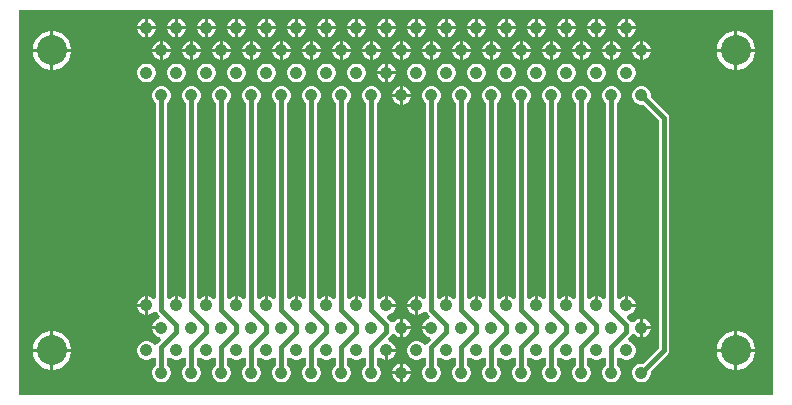
<source format=gbr>
%TF.GenerationSoftware,Altium Limited,Altium Designer,25.0.2 (28)*%
G04 Layer_Physical_Order=2*
G04 Layer_Color=16711680*
%FSLAX45Y45*%
%MOMM*%
%TF.SameCoordinates,44E48E83-7C08-43AE-99C3-F3FE45A01566*%
%TF.FilePolarity,Positive*%
%TF.FileFunction,Copper,L2,Bot,Signal*%
%TF.Part,Single*%
G01*
G75*
%TA.AperFunction,Conductor*%
%ADD10C,0.38100*%
%TA.AperFunction,ComponentPad*%
%ADD11C,2.54000*%
%ADD12C,1.06680*%
G36*
X8991600Y2603500D02*
X2603500D01*
Y5867400D01*
X8991600D01*
Y2603500D01*
D02*
G37*
%LPC*%
G36*
X7251700Y5793115D02*
Y5727700D01*
X7317115D01*
X7312374Y5745393D01*
X7302008Y5763347D01*
X7287347Y5778008D01*
X7269393Y5788374D01*
X7251700Y5793115D01*
D02*
G37*
G36*
X6997700D02*
Y5727700D01*
X7063115D01*
X7058374Y5745393D01*
X7048008Y5763347D01*
X7033347Y5778008D01*
X7015393Y5788374D01*
X6997700Y5793115D01*
D02*
G37*
G36*
X5981700D02*
Y5727700D01*
X6047115D01*
X6042374Y5745393D01*
X6032008Y5763347D01*
X6017347Y5778008D01*
X5999393Y5788374D01*
X5981700Y5793115D01*
D02*
G37*
G36*
X4965700D02*
Y5727700D01*
X5031115D01*
X5026374Y5745393D01*
X5016008Y5763347D01*
X5001347Y5778008D01*
X4983393Y5788374D01*
X4965700Y5793115D01*
D02*
G37*
G36*
X4711700D02*
Y5727700D01*
X4777115D01*
X4772374Y5745393D01*
X4762008Y5763347D01*
X4747347Y5778008D01*
X4729393Y5788374D01*
X4711700Y5793115D01*
D02*
G37*
G36*
X3695700D02*
Y5727700D01*
X3761115D01*
X3756374Y5745393D01*
X3746008Y5763347D01*
X3731347Y5778008D01*
X3713393Y5788374D01*
X3695700Y5793115D01*
D02*
G37*
G36*
X7505700D02*
Y5727700D01*
X7571115D01*
X7566374Y5745393D01*
X7556008Y5763347D01*
X7541347Y5778008D01*
X7523393Y5788374D01*
X7505700Y5793115D01*
D02*
G37*
G36*
X6743700D02*
Y5727700D01*
X6809115D01*
X6804374Y5745393D01*
X6794008Y5763347D01*
X6779347Y5778008D01*
X6761393Y5788374D01*
X6743700Y5793115D01*
D02*
G37*
G36*
X6235700D02*
Y5727700D01*
X6301115D01*
X6296374Y5745393D01*
X6286008Y5763347D01*
X6271347Y5778008D01*
X6253393Y5788374D01*
X6235700Y5793115D01*
D02*
G37*
G36*
X5727700D02*
Y5727700D01*
X5793115D01*
X5788374Y5745393D01*
X5778008Y5763347D01*
X5763347Y5778008D01*
X5745393Y5788374D01*
X5727700Y5793115D01*
D02*
G37*
G36*
X5219700D02*
Y5727700D01*
X5285115D01*
X5280374Y5745393D01*
X5270008Y5763347D01*
X5255347Y5778008D01*
X5237393Y5788374D01*
X5219700Y5793115D01*
D02*
G37*
G36*
X4457700D02*
Y5727700D01*
X4523115D01*
X4518374Y5745393D01*
X4508008Y5763347D01*
X4493347Y5778008D01*
X4475393Y5788374D01*
X4457700Y5793115D01*
D02*
G37*
G36*
X3949700D02*
Y5727700D01*
X4015115D01*
X4010374Y5745393D01*
X4000008Y5763347D01*
X3985347Y5778008D01*
X3967393Y5788374D01*
X3949700Y5793115D01*
D02*
G37*
G36*
X7759700D02*
Y5727700D01*
X7825115D01*
X7820374Y5745393D01*
X7810008Y5763347D01*
X7795347Y5778008D01*
X7777393Y5788374D01*
X7759700Y5793115D01*
D02*
G37*
G36*
X6489700D02*
Y5727700D01*
X6555115D01*
X6550374Y5745393D01*
X6540008Y5763347D01*
X6525347Y5778008D01*
X6507393Y5788374D01*
X6489700Y5793115D01*
D02*
G37*
G36*
X5473700D02*
Y5727700D01*
X5539115D01*
X5534374Y5745393D01*
X5524008Y5763347D01*
X5509347Y5778008D01*
X5491393Y5788374D01*
X5473700Y5793115D01*
D02*
G37*
G36*
X4203700D02*
Y5727700D01*
X4269115D01*
X4264374Y5745393D01*
X4254008Y5763347D01*
X4239347Y5778008D01*
X4221393Y5788374D01*
X4203700Y5793115D01*
D02*
G37*
G36*
X6972300D02*
X6954607Y5788374D01*
X6936653Y5778008D01*
X6921992Y5763347D01*
X6911626Y5745393D01*
X6906885Y5727700D01*
X6972300D01*
Y5793115D01*
D02*
G37*
G36*
X4686300D02*
X4668607Y5788374D01*
X4650653Y5778008D01*
X4635992Y5763347D01*
X4625626Y5745393D01*
X4620885Y5727700D01*
X4686300D01*
Y5793115D01*
D02*
G37*
G36*
X3670300D02*
X3652607Y5788374D01*
X3634653Y5778008D01*
X3619992Y5763347D01*
X3609626Y5745393D01*
X3604885Y5727700D01*
X3670300D01*
Y5793115D01*
D02*
G37*
G36*
X7226300D02*
X7208607Y5788374D01*
X7190653Y5778008D01*
X7175992Y5763347D01*
X7165626Y5745393D01*
X7160885Y5727700D01*
X7226300D01*
Y5793115D01*
D02*
G37*
G36*
X5956300D02*
X5938607Y5788374D01*
X5920653Y5778008D01*
X5905992Y5763347D01*
X5895626Y5745393D01*
X5890885Y5727700D01*
X5956300D01*
Y5793115D01*
D02*
G37*
G36*
X4940300D02*
X4922607Y5788374D01*
X4904653Y5778008D01*
X4889992Y5763347D01*
X4879626Y5745393D01*
X4874885Y5727700D01*
X4940300D01*
Y5793115D01*
D02*
G37*
G36*
X6718300D02*
X6700607Y5788374D01*
X6682653Y5778008D01*
X6667992Y5763347D01*
X6657626Y5745393D01*
X6652885Y5727700D01*
X6718300D01*
Y5793115D01*
D02*
G37*
G36*
X4432300D02*
X4414607Y5788374D01*
X4396653Y5778008D01*
X4381992Y5763347D01*
X4371626Y5745393D01*
X4366885Y5727700D01*
X4432300D01*
Y5793115D01*
D02*
G37*
G36*
X7480300D02*
X7462607Y5788374D01*
X7444653Y5778008D01*
X7429992Y5763347D01*
X7419626Y5745393D01*
X7414885Y5727700D01*
X7480300D01*
Y5793115D01*
D02*
G37*
G36*
X6210300D02*
X6192607Y5788374D01*
X6174653Y5778008D01*
X6159992Y5763347D01*
X6149626Y5745393D01*
X6144885Y5727700D01*
X6210300D01*
Y5793115D01*
D02*
G37*
G36*
X5702300D02*
X5684607Y5788374D01*
X5666653Y5778008D01*
X5651992Y5763347D01*
X5641626Y5745393D01*
X5636885Y5727700D01*
X5702300D01*
Y5793115D01*
D02*
G37*
G36*
X5194300D02*
X5176607Y5788374D01*
X5158653Y5778008D01*
X5143992Y5763347D01*
X5133626Y5745393D01*
X5128885Y5727700D01*
X5194300D01*
Y5793115D01*
D02*
G37*
G36*
X3924300D02*
X3906607Y5788374D01*
X3888653Y5778008D01*
X3873992Y5763347D01*
X3863626Y5745393D01*
X3858885Y5727700D01*
X3924300D01*
Y5793115D01*
D02*
G37*
G36*
X4178300D02*
X4160607Y5788374D01*
X4142653Y5778008D01*
X4127992Y5763347D01*
X4117626Y5745393D01*
X4112885Y5727700D01*
X4178300D01*
Y5793115D01*
D02*
G37*
G36*
X6464300D02*
X6446607Y5788374D01*
X6428653Y5778008D01*
X6413992Y5763347D01*
X6403626Y5745393D01*
X6398885Y5727700D01*
X6464300D01*
Y5793115D01*
D02*
G37*
G36*
X7734300D02*
X7716607Y5788374D01*
X7698653Y5778008D01*
X7683992Y5763347D01*
X7673626Y5745393D01*
X7668885Y5727700D01*
X7734300D01*
Y5793115D01*
D02*
G37*
G36*
X5448300D02*
X5430607Y5788374D01*
X5412653Y5778008D01*
X5397992Y5763347D01*
X5387626Y5745393D01*
X5382885Y5727700D01*
X5448300D01*
Y5793115D01*
D02*
G37*
G36*
X4269115Y5702300D02*
X4203700D01*
Y5636885D01*
X4221393Y5641626D01*
X4239347Y5651992D01*
X4254008Y5666653D01*
X4264374Y5684607D01*
X4269115Y5702300D01*
D02*
G37*
G36*
X4015115D02*
X3949700D01*
Y5636885D01*
X3967393Y5641626D01*
X3985347Y5651992D01*
X4000008Y5666653D01*
X4010374Y5684607D01*
X4015115Y5702300D01*
D02*
G37*
G36*
X3761115D02*
X3695700D01*
Y5636885D01*
X3713393Y5641626D01*
X3731347Y5651992D01*
X3746008Y5666653D01*
X3756374Y5684607D01*
X3761115Y5702300D01*
D02*
G37*
G36*
X7825115D02*
X7759700D01*
Y5636885D01*
X7777393Y5641626D01*
X7795347Y5651992D01*
X7810008Y5666653D01*
X7820374Y5684607D01*
X7825115Y5702300D01*
D02*
G37*
G36*
X7571115D02*
X7505700D01*
Y5636885D01*
X7523393Y5641626D01*
X7541347Y5651992D01*
X7556008Y5666653D01*
X7566374Y5684607D01*
X7571115Y5702300D01*
D02*
G37*
G36*
X7317115D02*
X7251700D01*
Y5636885D01*
X7269393Y5641626D01*
X7287347Y5651992D01*
X7302008Y5666653D01*
X7312374Y5684607D01*
X7317115Y5702300D01*
D02*
G37*
G36*
X7063115D02*
X6997700D01*
Y5636885D01*
X7015393Y5641626D01*
X7033347Y5651992D01*
X7048008Y5666653D01*
X7058374Y5684607D01*
X7063115Y5702300D01*
D02*
G37*
G36*
X6809115D02*
X6743700D01*
Y5636885D01*
X6761393Y5641626D01*
X6779347Y5651992D01*
X6794008Y5666653D01*
X6804374Y5684607D01*
X6809115Y5702300D01*
D02*
G37*
G36*
X6555115D02*
X6489700D01*
Y5636885D01*
X6507393Y5641626D01*
X6525347Y5651992D01*
X6540008Y5666653D01*
X6550374Y5684607D01*
X6555115Y5702300D01*
D02*
G37*
G36*
X6301115D02*
X6235700D01*
Y5636885D01*
X6253393Y5641626D01*
X6271347Y5651992D01*
X6286008Y5666653D01*
X6296374Y5684607D01*
X6301115Y5702300D01*
D02*
G37*
G36*
X6047115D02*
X5981700D01*
Y5636885D01*
X5999393Y5641626D01*
X6017347Y5651992D01*
X6032008Y5666653D01*
X6042374Y5684607D01*
X6047115Y5702300D01*
D02*
G37*
G36*
X5793115D02*
X5727700D01*
Y5636885D01*
X5745393Y5641626D01*
X5763347Y5651992D01*
X5778008Y5666653D01*
X5788374Y5684607D01*
X5793115Y5702300D01*
D02*
G37*
G36*
X5539115D02*
X5473700D01*
Y5636885D01*
X5491393Y5641626D01*
X5509347Y5651992D01*
X5524008Y5666653D01*
X5534374Y5684607D01*
X5539115Y5702300D01*
D02*
G37*
G36*
X5285115D02*
X5219700D01*
Y5636885D01*
X5237393Y5641626D01*
X5255347Y5651992D01*
X5270008Y5666653D01*
X5280374Y5684607D01*
X5285115Y5702300D01*
D02*
G37*
G36*
X5031115D02*
X4965700D01*
Y5636885D01*
X4983393Y5641626D01*
X5001347Y5651992D01*
X5016008Y5666653D01*
X5026374Y5684607D01*
X5031115Y5702300D01*
D02*
G37*
G36*
X4777115D02*
X4711700D01*
Y5636885D01*
X4729393Y5641626D01*
X4747347Y5651992D01*
X4762008Y5666653D01*
X4772374Y5684607D01*
X4777115Y5702300D01*
D02*
G37*
G36*
X4523115D02*
X4457700D01*
Y5636885D01*
X4475393Y5641626D01*
X4493347Y5651992D01*
X4508008Y5666653D01*
X4518374Y5684607D01*
X4523115Y5702300D01*
D02*
G37*
G36*
X4178300D02*
X4112885D01*
X4117626Y5684607D01*
X4127992Y5666653D01*
X4142653Y5651992D01*
X4160607Y5641626D01*
X4178300Y5636885D01*
Y5702300D01*
D02*
G37*
G36*
X3924300D02*
X3858885D01*
X3863626Y5684607D01*
X3873992Y5666653D01*
X3888653Y5651992D01*
X3906607Y5641626D01*
X3924300Y5636885D01*
Y5702300D01*
D02*
G37*
G36*
X3670300D02*
X3604885D01*
X3609626Y5684607D01*
X3619992Y5666653D01*
X3634653Y5651992D01*
X3652607Y5641626D01*
X3670300Y5636885D01*
Y5702300D01*
D02*
G37*
G36*
X7734300D02*
X7668885D01*
X7673626Y5684607D01*
X7683992Y5666653D01*
X7698653Y5651992D01*
X7716607Y5641626D01*
X7734300Y5636885D01*
Y5702300D01*
D02*
G37*
G36*
X7480300D02*
X7414885D01*
X7419626Y5684607D01*
X7429992Y5666653D01*
X7444653Y5651992D01*
X7462607Y5641626D01*
X7480300Y5636885D01*
Y5702300D01*
D02*
G37*
G36*
X7226300D02*
X7160885D01*
X7165626Y5684607D01*
X7175992Y5666653D01*
X7190653Y5651992D01*
X7208607Y5641626D01*
X7226300Y5636885D01*
Y5702300D01*
D02*
G37*
G36*
X6972300D02*
X6906885D01*
X6911626Y5684607D01*
X6921992Y5666653D01*
X6936653Y5651992D01*
X6954607Y5641626D01*
X6972300Y5636885D01*
Y5702300D01*
D02*
G37*
G36*
X6718300D02*
X6652885D01*
X6657626Y5684607D01*
X6667992Y5666653D01*
X6682653Y5651992D01*
X6700607Y5641626D01*
X6718300Y5636885D01*
Y5702300D01*
D02*
G37*
G36*
X6464300D02*
X6398885D01*
X6403626Y5684607D01*
X6413992Y5666653D01*
X6428653Y5651992D01*
X6446607Y5641626D01*
X6464300Y5636885D01*
Y5702300D01*
D02*
G37*
G36*
X6210300D02*
X6144885D01*
X6149626Y5684607D01*
X6159992Y5666653D01*
X6174653Y5651992D01*
X6192607Y5641626D01*
X6210300Y5636885D01*
Y5702300D01*
D02*
G37*
G36*
X5956300D02*
X5890885D01*
X5895626Y5684607D01*
X5905992Y5666653D01*
X5920653Y5651992D01*
X5938607Y5641626D01*
X5956300Y5636885D01*
Y5702300D01*
D02*
G37*
G36*
X5702300D02*
X5636885D01*
X5641626Y5684607D01*
X5651992Y5666653D01*
X5666653Y5651992D01*
X5684607Y5641626D01*
X5702300Y5636885D01*
Y5702300D01*
D02*
G37*
G36*
X5448300D02*
X5382885D01*
X5387626Y5684607D01*
X5397992Y5666653D01*
X5412653Y5651992D01*
X5430607Y5641626D01*
X5448300Y5636885D01*
Y5702300D01*
D02*
G37*
G36*
X5194300D02*
X5128885D01*
X5133626Y5684607D01*
X5143992Y5666653D01*
X5158653Y5651992D01*
X5176607Y5641626D01*
X5194300Y5636885D01*
Y5702300D01*
D02*
G37*
G36*
X4940300D02*
X4874885D01*
X4879626Y5684607D01*
X4889992Y5666653D01*
X4904653Y5651992D01*
X4922607Y5641626D01*
X4940300Y5636885D01*
Y5702300D01*
D02*
G37*
G36*
X4686300D02*
X4620885D01*
X4625626Y5684607D01*
X4635992Y5666653D01*
X4650653Y5651992D01*
X4668607Y5641626D01*
X4686300Y5636885D01*
Y5702300D01*
D02*
G37*
G36*
X4432300D02*
X4366885D01*
X4371626Y5684607D01*
X4381992Y5666653D01*
X4396653Y5651992D01*
X4414607Y5641626D01*
X4432300Y5636885D01*
Y5702300D01*
D02*
G37*
G36*
X7632700Y5602615D02*
Y5537200D01*
X7698115D01*
X7693374Y5554893D01*
X7683008Y5572847D01*
X7668347Y5587508D01*
X7650393Y5597874D01*
X7632700Y5602615D01*
D02*
G37*
G36*
X6616700D02*
Y5537200D01*
X6682115D01*
X6677374Y5554893D01*
X6667008Y5572847D01*
X6652347Y5587508D01*
X6634393Y5597874D01*
X6616700Y5602615D01*
D02*
G37*
G36*
X5346700D02*
Y5537200D01*
X5412115D01*
X5407374Y5554893D01*
X5397008Y5572847D01*
X5382347Y5587508D01*
X5364393Y5597874D01*
X5346700Y5602615D01*
D02*
G37*
G36*
X4330700D02*
Y5537200D01*
X4396115D01*
X4391374Y5554893D01*
X4381008Y5572847D01*
X4366347Y5587508D01*
X4348393Y5597874D01*
X4330700Y5602615D01*
D02*
G37*
G36*
X8690236Y5688330D02*
X8686800D01*
Y5537200D01*
X8837930D01*
Y5540636D01*
X8831634Y5572288D01*
X8819284Y5602103D01*
X8801355Y5628936D01*
X8778536Y5651755D01*
X8751703Y5669684D01*
X8721888Y5682034D01*
X8690236Y5688330D01*
D02*
G37*
G36*
X7886700Y5602615D02*
Y5537200D01*
X7952115D01*
X7947374Y5554893D01*
X7937008Y5572847D01*
X7922347Y5587508D01*
X7904393Y5597874D01*
X7886700Y5602615D01*
D02*
G37*
G36*
X7378700D02*
Y5537200D01*
X7444115D01*
X7439374Y5554893D01*
X7429008Y5572847D01*
X7414347Y5587508D01*
X7396393Y5597874D01*
X7378700Y5602615D01*
D02*
G37*
G36*
X6870700D02*
Y5537200D01*
X6936115D01*
X6931374Y5554893D01*
X6921008Y5572847D01*
X6906347Y5587508D01*
X6888393Y5597874D01*
X6870700Y5602615D01*
D02*
G37*
G36*
X6362700D02*
Y5537200D01*
X6428115D01*
X6423374Y5554893D01*
X6413008Y5572847D01*
X6398347Y5587508D01*
X6380393Y5597874D01*
X6362700Y5602615D01*
D02*
G37*
G36*
X5600700D02*
Y5537200D01*
X5666115D01*
X5661374Y5554893D01*
X5651008Y5572847D01*
X5636347Y5587508D01*
X5618393Y5597874D01*
X5600700Y5602615D01*
D02*
G37*
G36*
X5092700D02*
Y5537200D01*
X5158115D01*
X5153374Y5554893D01*
X5143008Y5572847D01*
X5128347Y5587508D01*
X5110393Y5597874D01*
X5092700Y5602615D01*
D02*
G37*
G36*
X4584700D02*
Y5537200D01*
X4650115D01*
X4645374Y5554893D01*
X4635008Y5572847D01*
X4620347Y5587508D01*
X4602393Y5597874D01*
X4584700Y5602615D01*
D02*
G37*
G36*
X4076700D02*
Y5537200D01*
X4142115D01*
X4137374Y5554893D01*
X4127008Y5572847D01*
X4112347Y5587508D01*
X4094393Y5597874D01*
X4076700Y5602615D01*
D02*
G37*
G36*
X2899036Y5688330D02*
X2895600D01*
Y5537200D01*
X3046730D01*
Y5540636D01*
X3040434Y5572288D01*
X3028084Y5602103D01*
X3010155Y5628936D01*
X2987336Y5651755D01*
X2960503Y5669684D01*
X2930688Y5682034D01*
X2899036Y5688330D01*
D02*
G37*
G36*
X7124700Y5602615D02*
Y5537200D01*
X7190115D01*
X7185374Y5554893D01*
X7175008Y5572847D01*
X7160347Y5587508D01*
X7142393Y5597874D01*
X7124700Y5602615D01*
D02*
G37*
G36*
X6108700D02*
Y5537200D01*
X6174115D01*
X6169374Y5554893D01*
X6159008Y5572847D01*
X6144347Y5587508D01*
X6126393Y5597874D01*
X6108700Y5602615D01*
D02*
G37*
G36*
X5854700D02*
Y5537200D01*
X5920115D01*
X5915374Y5554893D01*
X5905008Y5572847D01*
X5890347Y5587508D01*
X5872393Y5597874D01*
X5854700Y5602615D01*
D02*
G37*
G36*
X4838700D02*
Y5537200D01*
X4904115D01*
X4899374Y5554893D01*
X4889008Y5572847D01*
X4874347Y5587508D01*
X4856393Y5597874D01*
X4838700Y5602615D01*
D02*
G37*
G36*
X3822700D02*
Y5537200D01*
X3888115D01*
X3883374Y5554893D01*
X3873008Y5572847D01*
X3858347Y5587508D01*
X3840393Y5597874D01*
X3822700Y5602615D01*
D02*
G37*
G36*
X5321300D02*
X5303607Y5597874D01*
X5285653Y5587508D01*
X5270992Y5572847D01*
X5260626Y5554893D01*
X5255885Y5537200D01*
X5321300D01*
Y5602615D01*
D02*
G37*
G36*
X4305300D02*
X4287607Y5597874D01*
X4269653Y5587508D01*
X4254992Y5572847D01*
X4244626Y5554893D01*
X4239885Y5537200D01*
X4305300D01*
Y5602615D01*
D02*
G37*
G36*
X7607300D02*
X7589607Y5597874D01*
X7571653Y5587508D01*
X7556992Y5572847D01*
X7546626Y5554893D01*
X7541885Y5537200D01*
X7607300D01*
Y5602615D01*
D02*
G37*
G36*
X6591300D02*
X6573607Y5597874D01*
X6555653Y5587508D01*
X6540992Y5572847D01*
X6530626Y5554893D01*
X6525885Y5537200D01*
X6591300D01*
Y5602615D01*
D02*
G37*
G36*
X7861300D02*
X7843607Y5597874D01*
X7825653Y5587508D01*
X7810992Y5572847D01*
X7800626Y5554893D01*
X7795885Y5537200D01*
X7861300D01*
Y5602615D01*
D02*
G37*
G36*
X5575300D02*
X5557607Y5597874D01*
X5539653Y5587508D01*
X5524992Y5572847D01*
X5514626Y5554893D01*
X5509885Y5537200D01*
X5575300D01*
Y5602615D01*
D02*
G37*
G36*
X7353300D02*
X7335607Y5597874D01*
X7317653Y5587508D01*
X7302992Y5572847D01*
X7292626Y5554893D01*
X7287885Y5537200D01*
X7353300D01*
Y5602615D01*
D02*
G37*
G36*
X6845300D02*
X6827607Y5597874D01*
X6809653Y5587508D01*
X6794992Y5572847D01*
X6784626Y5554893D01*
X6779885Y5537200D01*
X6845300D01*
Y5602615D01*
D02*
G37*
G36*
X6337300D02*
X6319607Y5597874D01*
X6301653Y5587508D01*
X6286992Y5572847D01*
X6276626Y5554893D01*
X6271885Y5537200D01*
X6337300D01*
Y5602615D01*
D02*
G37*
G36*
X5067300D02*
X5049607Y5597874D01*
X5031653Y5587508D01*
X5016992Y5572847D01*
X5006626Y5554893D01*
X5001885Y5537200D01*
X5067300D01*
Y5602615D01*
D02*
G37*
G36*
X4559300D02*
X4541607Y5597874D01*
X4523653Y5587508D01*
X4508992Y5572847D01*
X4498626Y5554893D01*
X4493885Y5537200D01*
X4559300D01*
Y5602615D01*
D02*
G37*
G36*
X4051300D02*
X4033607Y5597874D01*
X4015653Y5587508D01*
X4000992Y5572847D01*
X3990626Y5554893D01*
X3985885Y5537200D01*
X4051300D01*
Y5602615D01*
D02*
G37*
G36*
X5829300D02*
X5811607Y5597874D01*
X5793653Y5587508D01*
X5778992Y5572847D01*
X5768626Y5554893D01*
X5763885Y5537200D01*
X5829300D01*
Y5602615D01*
D02*
G37*
G36*
X3797300D02*
X3779607Y5597874D01*
X3761653Y5587508D01*
X3746992Y5572847D01*
X3736626Y5554893D01*
X3731885Y5537200D01*
X3797300D01*
Y5602615D01*
D02*
G37*
G36*
X7099300D02*
X7081607Y5597874D01*
X7063653Y5587508D01*
X7048992Y5572847D01*
X7038626Y5554893D01*
X7033885Y5537200D01*
X7099300D01*
Y5602615D01*
D02*
G37*
G36*
X6083300D02*
X6065607Y5597874D01*
X6047653Y5587508D01*
X6032992Y5572847D01*
X6022626Y5554893D01*
X6017885Y5537200D01*
X6083300D01*
Y5602615D01*
D02*
G37*
G36*
X4813300D02*
X4795607Y5597874D01*
X4777653Y5587508D01*
X4762992Y5572847D01*
X4752626Y5554893D01*
X4747885Y5537200D01*
X4813300D01*
Y5602615D01*
D02*
G37*
G36*
X2870200Y5688330D02*
X2866764D01*
X2835112Y5682034D01*
X2805297Y5669684D01*
X2778464Y5651755D01*
X2755645Y5628936D01*
X2737716Y5602103D01*
X2725366Y5572288D01*
X2719070Y5540636D01*
Y5537200D01*
X2870200D01*
Y5688330D01*
D02*
G37*
G36*
X8661400D02*
X8657964D01*
X8626312Y5682034D01*
X8596497Y5669684D01*
X8569664Y5651755D01*
X8546845Y5628936D01*
X8528916Y5602103D01*
X8516566Y5572288D01*
X8510270Y5540636D01*
Y5537200D01*
X8661400D01*
Y5688330D01*
D02*
G37*
G36*
X7952115Y5511800D02*
X7886700D01*
Y5446385D01*
X7904393Y5451126D01*
X7922347Y5461492D01*
X7937008Y5476153D01*
X7947374Y5494107D01*
X7952115Y5511800D01*
D02*
G37*
G36*
X7698115D02*
X7632700D01*
Y5446385D01*
X7650393Y5451126D01*
X7668347Y5461492D01*
X7683008Y5476153D01*
X7693374Y5494107D01*
X7698115Y5511800D01*
D02*
G37*
G36*
X7444115D02*
X7378700D01*
Y5446385D01*
X7396393Y5451126D01*
X7414347Y5461492D01*
X7429008Y5476153D01*
X7439374Y5494107D01*
X7444115Y5511800D01*
D02*
G37*
G36*
X7190115D02*
X7124700D01*
Y5446385D01*
X7142393Y5451126D01*
X7160347Y5461492D01*
X7175008Y5476153D01*
X7185374Y5494107D01*
X7190115Y5511800D01*
D02*
G37*
G36*
X6936115D02*
X6870700D01*
Y5446385D01*
X6888393Y5451126D01*
X6906347Y5461492D01*
X6921008Y5476153D01*
X6931374Y5494107D01*
X6936115Y5511800D01*
D02*
G37*
G36*
X6682115D02*
X6616700D01*
Y5446385D01*
X6634393Y5451126D01*
X6652347Y5461492D01*
X6667008Y5476153D01*
X6677374Y5494107D01*
X6682115Y5511800D01*
D02*
G37*
G36*
X6428115D02*
X6362700D01*
Y5446385D01*
X6380393Y5451126D01*
X6398347Y5461492D01*
X6413008Y5476153D01*
X6423374Y5494107D01*
X6428115Y5511800D01*
D02*
G37*
G36*
X6174115D02*
X6108700D01*
Y5446385D01*
X6126393Y5451126D01*
X6144347Y5461492D01*
X6159008Y5476153D01*
X6169374Y5494107D01*
X6174115Y5511800D01*
D02*
G37*
G36*
X5920115D02*
X5854700D01*
Y5446385D01*
X5872393Y5451126D01*
X5890347Y5461492D01*
X5905008Y5476153D01*
X5915374Y5494107D01*
X5920115Y5511800D01*
D02*
G37*
G36*
X5666115D02*
X5600700D01*
Y5446385D01*
X5618393Y5451126D01*
X5636347Y5461492D01*
X5651008Y5476153D01*
X5661374Y5494107D01*
X5666115Y5511800D01*
D02*
G37*
G36*
X5412115D02*
X5346700D01*
Y5446385D01*
X5364393Y5451126D01*
X5382347Y5461492D01*
X5397008Y5476153D01*
X5407374Y5494107D01*
X5412115Y5511800D01*
D02*
G37*
G36*
X5158115D02*
X5092700D01*
Y5446385D01*
X5110393Y5451126D01*
X5128347Y5461492D01*
X5143008Y5476153D01*
X5153374Y5494107D01*
X5158115Y5511800D01*
D02*
G37*
G36*
X4904115D02*
X4838700D01*
Y5446385D01*
X4856393Y5451126D01*
X4874347Y5461492D01*
X4889008Y5476153D01*
X4899374Y5494107D01*
X4904115Y5511800D01*
D02*
G37*
G36*
X4650115D02*
X4584700D01*
Y5446385D01*
X4602393Y5451126D01*
X4620347Y5461492D01*
X4635008Y5476153D01*
X4645374Y5494107D01*
X4650115Y5511800D01*
D02*
G37*
G36*
X4396115D02*
X4330700D01*
Y5446385D01*
X4348393Y5451126D01*
X4366347Y5461492D01*
X4381008Y5476153D01*
X4391374Y5494107D01*
X4396115Y5511800D01*
D02*
G37*
G36*
X4142115D02*
X4076700D01*
Y5446385D01*
X4094393Y5451126D01*
X4112347Y5461492D01*
X4127008Y5476153D01*
X4137374Y5494107D01*
X4142115Y5511800D01*
D02*
G37*
G36*
X3888115D02*
X3822700D01*
Y5446385D01*
X3840393Y5451126D01*
X3858347Y5461492D01*
X3873008Y5476153D01*
X3883374Y5494107D01*
X3888115Y5511800D01*
D02*
G37*
G36*
X7861300D02*
X7795885D01*
X7800626Y5494107D01*
X7810992Y5476153D01*
X7825653Y5461492D01*
X7843607Y5451126D01*
X7861300Y5446385D01*
Y5511800D01*
D02*
G37*
G36*
X7607300D02*
X7541885D01*
X7546626Y5494107D01*
X7556992Y5476153D01*
X7571653Y5461492D01*
X7589607Y5451126D01*
X7607300Y5446385D01*
Y5511800D01*
D02*
G37*
G36*
X7353300D02*
X7287885D01*
X7292626Y5494107D01*
X7302992Y5476153D01*
X7317653Y5461492D01*
X7335607Y5451126D01*
X7353300Y5446385D01*
Y5511800D01*
D02*
G37*
G36*
X7099300D02*
X7033885D01*
X7038626Y5494107D01*
X7048992Y5476153D01*
X7063653Y5461492D01*
X7081607Y5451126D01*
X7099300Y5446385D01*
Y5511800D01*
D02*
G37*
G36*
X6845300D02*
X6779885D01*
X6784626Y5494107D01*
X6794992Y5476153D01*
X6809653Y5461492D01*
X6827607Y5451126D01*
X6845300Y5446385D01*
Y5511800D01*
D02*
G37*
G36*
X6591300D02*
X6525885D01*
X6530626Y5494107D01*
X6540992Y5476153D01*
X6555653Y5461492D01*
X6573607Y5451126D01*
X6591300Y5446385D01*
Y5511800D01*
D02*
G37*
G36*
X6337300D02*
X6271885D01*
X6276626Y5494107D01*
X6286992Y5476153D01*
X6301653Y5461492D01*
X6319607Y5451126D01*
X6337300Y5446385D01*
Y5511800D01*
D02*
G37*
G36*
X6083300D02*
X6017885D01*
X6022626Y5494107D01*
X6032992Y5476153D01*
X6047653Y5461492D01*
X6065607Y5451126D01*
X6083300Y5446385D01*
Y5511800D01*
D02*
G37*
G36*
X5829300D02*
X5763885D01*
X5768626Y5494107D01*
X5778992Y5476153D01*
X5793653Y5461492D01*
X5811607Y5451126D01*
X5829300Y5446385D01*
Y5511800D01*
D02*
G37*
G36*
X5575300D02*
X5509885D01*
X5514626Y5494107D01*
X5524992Y5476153D01*
X5539653Y5461492D01*
X5557607Y5451126D01*
X5575300Y5446385D01*
Y5511800D01*
D02*
G37*
G36*
X5321300D02*
X5255885D01*
X5260626Y5494107D01*
X5270992Y5476153D01*
X5285653Y5461492D01*
X5303607Y5451126D01*
X5321300Y5446385D01*
Y5511800D01*
D02*
G37*
G36*
X5067300D02*
X5001885D01*
X5006626Y5494107D01*
X5016992Y5476153D01*
X5031653Y5461492D01*
X5049607Y5451126D01*
X5067300Y5446385D01*
Y5511800D01*
D02*
G37*
G36*
X4813300D02*
X4747885D01*
X4752626Y5494107D01*
X4762992Y5476153D01*
X4777653Y5461492D01*
X4795607Y5451126D01*
X4813300Y5446385D01*
Y5511800D01*
D02*
G37*
G36*
X4559300D02*
X4493885D01*
X4498626Y5494107D01*
X4508992Y5476153D01*
X4523653Y5461492D01*
X4541607Y5451126D01*
X4559300Y5446385D01*
Y5511800D01*
D02*
G37*
G36*
X4305300D02*
X4239885D01*
X4244626Y5494107D01*
X4254992Y5476153D01*
X4269653Y5461492D01*
X4287607Y5451126D01*
X4305300Y5446385D01*
Y5511800D01*
D02*
G37*
G36*
X4051300D02*
X3985885D01*
X3990626Y5494107D01*
X4000992Y5476153D01*
X4015653Y5461492D01*
X4033607Y5451126D01*
X4051300Y5446385D01*
Y5511800D01*
D02*
G37*
G36*
X3797300D02*
X3731885D01*
X3736626Y5494107D01*
X3746992Y5476153D01*
X3761653Y5461492D01*
X3779607Y5451126D01*
X3797300Y5446385D01*
Y5511800D01*
D02*
G37*
G36*
X8837930D02*
X8686800D01*
Y5360670D01*
X8690236D01*
X8721888Y5366966D01*
X8751703Y5379316D01*
X8778536Y5397245D01*
X8801355Y5420064D01*
X8819284Y5446897D01*
X8831634Y5476712D01*
X8837930Y5508364D01*
Y5511800D01*
D02*
G37*
G36*
X8661400D02*
X8510270D01*
Y5508364D01*
X8516566Y5476712D01*
X8528916Y5446897D01*
X8546845Y5420064D01*
X8569664Y5397245D01*
X8596497Y5379316D01*
X8626312Y5366966D01*
X8657964Y5360670D01*
X8661400D01*
Y5511800D01*
D02*
G37*
G36*
X3046730D02*
X2895600D01*
Y5360670D01*
X2899036D01*
X2930688Y5366966D01*
X2960503Y5379316D01*
X2987336Y5397245D01*
X3010155Y5420064D01*
X3028084Y5446897D01*
X3040434Y5476712D01*
X3046730Y5508364D01*
Y5511800D01*
D02*
G37*
G36*
X2870200D02*
X2719070D01*
Y5508364D01*
X2725366Y5476712D01*
X2737716Y5446897D01*
X2755645Y5420064D01*
X2778464Y5397245D01*
X2805297Y5379316D01*
X2835112Y5366966D01*
X2866764Y5360670D01*
X2870200D01*
Y5511800D01*
D02*
G37*
G36*
X5727700Y5412115D02*
Y5346700D01*
X5793115D01*
X5788374Y5364393D01*
X5778008Y5382347D01*
X5763347Y5397008D01*
X5745393Y5407374D01*
X5727700Y5412115D01*
D02*
G37*
G36*
X5702300D02*
X5684607Y5407374D01*
X5666653Y5397008D01*
X5651992Y5382347D01*
X5641626Y5364393D01*
X5636885Y5346700D01*
X5702300D01*
Y5412115D01*
D02*
G37*
G36*
X5793115Y5321300D02*
X5727700D01*
Y5255885D01*
X5745393Y5260626D01*
X5763347Y5270992D01*
X5778008Y5285653D01*
X5788374Y5303607D01*
X5793115Y5321300D01*
D02*
G37*
G36*
X5702300D02*
X5636885D01*
X5641626Y5303607D01*
X5651992Y5285653D01*
X5666653Y5270992D01*
X5684607Y5260626D01*
X5702300Y5255885D01*
Y5321300D01*
D02*
G37*
G36*
X7757366Y5412740D02*
X7736634D01*
X7716607Y5407374D01*
X7698653Y5397008D01*
X7683992Y5382347D01*
X7673626Y5364393D01*
X7668260Y5344366D01*
Y5323634D01*
X7673626Y5303607D01*
X7683992Y5285653D01*
X7698653Y5270992D01*
X7716607Y5260626D01*
X7736634Y5255260D01*
X7757366D01*
X7777393Y5260626D01*
X7795347Y5270992D01*
X7810008Y5285653D01*
X7820374Y5303607D01*
X7825740Y5323634D01*
Y5344366D01*
X7820374Y5364393D01*
X7810008Y5382347D01*
X7795347Y5397008D01*
X7777393Y5407374D01*
X7757366Y5412740D01*
D02*
G37*
G36*
X7503366D02*
X7482634D01*
X7462607Y5407374D01*
X7444653Y5397008D01*
X7429992Y5382347D01*
X7419626Y5364393D01*
X7414260Y5344366D01*
Y5323634D01*
X7419626Y5303607D01*
X7429992Y5285653D01*
X7444653Y5270992D01*
X7462607Y5260626D01*
X7482634Y5255260D01*
X7503366D01*
X7523393Y5260626D01*
X7541347Y5270992D01*
X7556008Y5285653D01*
X7566374Y5303607D01*
X7571740Y5323634D01*
Y5344366D01*
X7566374Y5364393D01*
X7556008Y5382347D01*
X7541347Y5397008D01*
X7523393Y5407374D01*
X7503366Y5412740D01*
D02*
G37*
G36*
X7249366D02*
X7228634D01*
X7208607Y5407374D01*
X7190653Y5397008D01*
X7175992Y5382347D01*
X7165626Y5364393D01*
X7160260Y5344366D01*
Y5323634D01*
X7165626Y5303607D01*
X7175992Y5285653D01*
X7190653Y5270992D01*
X7208607Y5260626D01*
X7228634Y5255260D01*
X7249366D01*
X7269393Y5260626D01*
X7287347Y5270992D01*
X7302008Y5285653D01*
X7312374Y5303607D01*
X7317740Y5323634D01*
Y5344366D01*
X7312374Y5364393D01*
X7302008Y5382347D01*
X7287347Y5397008D01*
X7269393Y5407374D01*
X7249366Y5412740D01*
D02*
G37*
G36*
X6995366D02*
X6974634D01*
X6954607Y5407374D01*
X6936653Y5397008D01*
X6921992Y5382347D01*
X6911626Y5364393D01*
X6906260Y5344366D01*
Y5323634D01*
X6911626Y5303607D01*
X6921992Y5285653D01*
X6936653Y5270992D01*
X6954607Y5260626D01*
X6974634Y5255260D01*
X6995366D01*
X7015393Y5260626D01*
X7033347Y5270992D01*
X7048008Y5285653D01*
X7058374Y5303607D01*
X7063740Y5323634D01*
Y5344366D01*
X7058374Y5364393D01*
X7048008Y5382347D01*
X7033347Y5397008D01*
X7015393Y5407374D01*
X6995366Y5412740D01*
D02*
G37*
G36*
X6741366D02*
X6720634D01*
X6700607Y5407374D01*
X6682653Y5397008D01*
X6667992Y5382347D01*
X6657626Y5364393D01*
X6652260Y5344366D01*
Y5323634D01*
X6657626Y5303607D01*
X6667992Y5285653D01*
X6682653Y5270992D01*
X6700607Y5260626D01*
X6720634Y5255260D01*
X6741366D01*
X6761393Y5260626D01*
X6779347Y5270992D01*
X6794008Y5285653D01*
X6804374Y5303607D01*
X6809740Y5323634D01*
Y5344366D01*
X6804374Y5364393D01*
X6794008Y5382347D01*
X6779347Y5397008D01*
X6761393Y5407374D01*
X6741366Y5412740D01*
D02*
G37*
G36*
X6487366D02*
X6466634D01*
X6446607Y5407374D01*
X6428653Y5397008D01*
X6413992Y5382347D01*
X6403626Y5364393D01*
X6398260Y5344366D01*
Y5323634D01*
X6403626Y5303607D01*
X6413992Y5285653D01*
X6428653Y5270992D01*
X6446607Y5260626D01*
X6466634Y5255260D01*
X6487366D01*
X6507393Y5260626D01*
X6525347Y5270992D01*
X6540008Y5285653D01*
X6550374Y5303607D01*
X6555740Y5323634D01*
Y5344366D01*
X6550374Y5364393D01*
X6540008Y5382347D01*
X6525347Y5397008D01*
X6507393Y5407374D01*
X6487366Y5412740D01*
D02*
G37*
G36*
X6233366D02*
X6212634D01*
X6192607Y5407374D01*
X6174653Y5397008D01*
X6159992Y5382347D01*
X6149626Y5364393D01*
X6144260Y5344366D01*
Y5323634D01*
X6149626Y5303607D01*
X6159992Y5285653D01*
X6174653Y5270992D01*
X6192607Y5260626D01*
X6212634Y5255260D01*
X6233366D01*
X6253393Y5260626D01*
X6271347Y5270992D01*
X6286008Y5285653D01*
X6296374Y5303607D01*
X6301740Y5323634D01*
Y5344366D01*
X6296374Y5364393D01*
X6286008Y5382347D01*
X6271347Y5397008D01*
X6253393Y5407374D01*
X6233366Y5412740D01*
D02*
G37*
G36*
X5979366D02*
X5958634D01*
X5938607Y5407374D01*
X5920653Y5397008D01*
X5905992Y5382347D01*
X5895626Y5364393D01*
X5890260Y5344366D01*
Y5323634D01*
X5895626Y5303607D01*
X5905992Y5285653D01*
X5920653Y5270992D01*
X5938607Y5260626D01*
X5958634Y5255260D01*
X5979366D01*
X5999393Y5260626D01*
X6017347Y5270992D01*
X6032008Y5285653D01*
X6042374Y5303607D01*
X6047740Y5323634D01*
Y5344366D01*
X6042374Y5364393D01*
X6032008Y5382347D01*
X6017347Y5397008D01*
X5999393Y5407374D01*
X5979366Y5412740D01*
D02*
G37*
G36*
X5471366D02*
X5450634D01*
X5430607Y5407374D01*
X5412653Y5397008D01*
X5397992Y5382347D01*
X5387626Y5364393D01*
X5382260Y5344366D01*
Y5323634D01*
X5387626Y5303607D01*
X5397992Y5285653D01*
X5412653Y5270992D01*
X5430607Y5260626D01*
X5450634Y5255260D01*
X5471366D01*
X5491393Y5260626D01*
X5509347Y5270992D01*
X5524008Y5285653D01*
X5534374Y5303607D01*
X5539740Y5323634D01*
Y5344366D01*
X5534374Y5364393D01*
X5524008Y5382347D01*
X5509347Y5397008D01*
X5491393Y5407374D01*
X5471366Y5412740D01*
D02*
G37*
G36*
X5217366D02*
X5196634D01*
X5176607Y5407374D01*
X5158653Y5397008D01*
X5143992Y5382347D01*
X5133626Y5364393D01*
X5128260Y5344366D01*
Y5323634D01*
X5133626Y5303607D01*
X5143992Y5285653D01*
X5158653Y5270992D01*
X5176607Y5260626D01*
X5196634Y5255260D01*
X5217366D01*
X5237393Y5260626D01*
X5255347Y5270992D01*
X5270008Y5285653D01*
X5280374Y5303607D01*
X5285740Y5323634D01*
Y5344366D01*
X5280374Y5364393D01*
X5270008Y5382347D01*
X5255347Y5397008D01*
X5237393Y5407374D01*
X5217366Y5412740D01*
D02*
G37*
G36*
X4963366D02*
X4942634D01*
X4922607Y5407374D01*
X4904653Y5397008D01*
X4889992Y5382347D01*
X4879626Y5364393D01*
X4874260Y5344366D01*
Y5323634D01*
X4879626Y5303607D01*
X4889992Y5285653D01*
X4904653Y5270992D01*
X4922607Y5260626D01*
X4942634Y5255260D01*
X4963366D01*
X4983393Y5260626D01*
X5001347Y5270992D01*
X5016008Y5285653D01*
X5026374Y5303607D01*
X5031740Y5323634D01*
Y5344366D01*
X5026374Y5364393D01*
X5016008Y5382347D01*
X5001347Y5397008D01*
X4983393Y5407374D01*
X4963366Y5412740D01*
D02*
G37*
G36*
X4709366D02*
X4688634D01*
X4668607Y5407374D01*
X4650653Y5397008D01*
X4635992Y5382347D01*
X4625626Y5364393D01*
X4620260Y5344366D01*
Y5323634D01*
X4625626Y5303607D01*
X4635992Y5285653D01*
X4650653Y5270992D01*
X4668607Y5260626D01*
X4688634Y5255260D01*
X4709366D01*
X4729393Y5260626D01*
X4747347Y5270992D01*
X4762008Y5285653D01*
X4772374Y5303607D01*
X4777740Y5323634D01*
Y5344366D01*
X4772374Y5364393D01*
X4762008Y5382347D01*
X4747347Y5397008D01*
X4729393Y5407374D01*
X4709366Y5412740D01*
D02*
G37*
G36*
X4455366D02*
X4434634D01*
X4414607Y5407374D01*
X4396653Y5397008D01*
X4381992Y5382347D01*
X4371626Y5364393D01*
X4366260Y5344366D01*
Y5323634D01*
X4371626Y5303607D01*
X4381992Y5285653D01*
X4396653Y5270992D01*
X4414607Y5260626D01*
X4434634Y5255260D01*
X4455366D01*
X4475393Y5260626D01*
X4493347Y5270992D01*
X4508008Y5285653D01*
X4518374Y5303607D01*
X4523740Y5323634D01*
Y5344366D01*
X4518374Y5364393D01*
X4508008Y5382347D01*
X4493347Y5397008D01*
X4475393Y5407374D01*
X4455366Y5412740D01*
D02*
G37*
G36*
X4201366D02*
X4180634D01*
X4160607Y5407374D01*
X4142653Y5397008D01*
X4127992Y5382347D01*
X4117626Y5364393D01*
X4112260Y5344366D01*
Y5323634D01*
X4117626Y5303607D01*
X4127992Y5285653D01*
X4142653Y5270992D01*
X4160607Y5260626D01*
X4180634Y5255260D01*
X4201366D01*
X4221393Y5260626D01*
X4239347Y5270992D01*
X4254008Y5285653D01*
X4264374Y5303607D01*
X4269740Y5323634D01*
Y5344366D01*
X4264374Y5364393D01*
X4254008Y5382347D01*
X4239347Y5397008D01*
X4221393Y5407374D01*
X4201366Y5412740D01*
D02*
G37*
G36*
X3947366D02*
X3926634D01*
X3906607Y5407374D01*
X3888653Y5397008D01*
X3873992Y5382347D01*
X3863626Y5364393D01*
X3858260Y5344366D01*
Y5323634D01*
X3863626Y5303607D01*
X3873992Y5285653D01*
X3888653Y5270992D01*
X3906607Y5260626D01*
X3926634Y5255260D01*
X3947366D01*
X3967393Y5260626D01*
X3985347Y5270992D01*
X4000008Y5285653D01*
X4010374Y5303607D01*
X4015740Y5323634D01*
Y5344366D01*
X4010374Y5364393D01*
X4000008Y5382347D01*
X3985347Y5397008D01*
X3967393Y5407374D01*
X3947366Y5412740D01*
D02*
G37*
G36*
X3693366D02*
X3672634D01*
X3652607Y5407374D01*
X3634653Y5397008D01*
X3619992Y5382347D01*
X3609626Y5364393D01*
X3604260Y5344366D01*
Y5323634D01*
X3609626Y5303607D01*
X3619992Y5285653D01*
X3634653Y5270992D01*
X3652607Y5260626D01*
X3672634Y5255260D01*
X3693366D01*
X3713393Y5260626D01*
X3731347Y5270992D01*
X3746008Y5285653D01*
X3756374Y5303607D01*
X3761740Y5323634D01*
Y5344366D01*
X3756374Y5364393D01*
X3746008Y5382347D01*
X3731347Y5397008D01*
X3713393Y5407374D01*
X3693366Y5412740D01*
D02*
G37*
G36*
X5854700Y5221615D02*
Y5156200D01*
X5920115D01*
X5915374Y5173893D01*
X5905008Y5191847D01*
X5890347Y5206508D01*
X5872393Y5216874D01*
X5854700Y5221615D01*
D02*
G37*
G36*
X5829300D02*
X5811607Y5216874D01*
X5793653Y5206508D01*
X5778992Y5191847D01*
X5768626Y5173893D01*
X5763885Y5156200D01*
X5829300D01*
Y5221615D01*
D02*
G37*
G36*
X5920115Y5130800D02*
X5854700D01*
Y5065385D01*
X5872393Y5070126D01*
X5890347Y5080492D01*
X5905008Y5095153D01*
X5915374Y5113107D01*
X5920115Y5130800D01*
D02*
G37*
G36*
X5829300D02*
X5763885D01*
X5768626Y5113107D01*
X5778992Y5095153D01*
X5793653Y5080492D01*
X5811607Y5070126D01*
X5829300Y5065385D01*
Y5130800D01*
D02*
G37*
G36*
X7630366Y5222240D02*
X7609634D01*
X7589607Y5216874D01*
X7571653Y5206508D01*
X7556992Y5191847D01*
X7546626Y5173893D01*
X7541260Y5153866D01*
Y5133134D01*
X7546626Y5113107D01*
X7556992Y5095153D01*
X7571653Y5080492D01*
X7574679Y5078745D01*
Y3430091D01*
X7549279Y3420576D01*
X7541347Y3428508D01*
X7523393Y3438874D01*
X7505700Y3443615D01*
Y3365500D01*
X7480300D01*
Y3443615D01*
X7462607Y3438874D01*
X7444653Y3428508D01*
X7436721Y3420576D01*
X7411321Y3430091D01*
Y5078745D01*
X7414347Y5080492D01*
X7429008Y5095153D01*
X7439374Y5113107D01*
X7444740Y5133134D01*
Y5153866D01*
X7439374Y5173893D01*
X7429008Y5191847D01*
X7414347Y5206508D01*
X7396393Y5216874D01*
X7376366Y5222240D01*
X7355634D01*
X7335607Y5216874D01*
X7317653Y5206508D01*
X7302992Y5191847D01*
X7292626Y5173893D01*
X7287260Y5153866D01*
Y5133134D01*
X7292626Y5113107D01*
X7302992Y5095153D01*
X7317653Y5080492D01*
X7320679Y5078745D01*
Y3430091D01*
X7295279Y3420576D01*
X7287347Y3428508D01*
X7269393Y3438874D01*
X7251700Y3443615D01*
Y3365500D01*
X7226300D01*
Y3443615D01*
X7208607Y3438874D01*
X7190653Y3428508D01*
X7182721Y3420576D01*
X7157321Y3430091D01*
Y5078745D01*
X7160347Y5080492D01*
X7175008Y5095153D01*
X7185374Y5113107D01*
X7190740Y5133134D01*
Y5153866D01*
X7185374Y5173893D01*
X7175008Y5191847D01*
X7160347Y5206508D01*
X7142393Y5216874D01*
X7122366Y5222240D01*
X7101634D01*
X7081607Y5216874D01*
X7063653Y5206508D01*
X7048992Y5191847D01*
X7038626Y5173893D01*
X7033260Y5153866D01*
Y5133134D01*
X7038626Y5113107D01*
X7048992Y5095153D01*
X7063653Y5080492D01*
X7066679Y5078745D01*
Y3430091D01*
X7041279Y3420576D01*
X7033347Y3428508D01*
X7015393Y3438874D01*
X6997700Y3443615D01*
Y3365500D01*
X6972300D01*
Y3443615D01*
X6954607Y3438874D01*
X6936653Y3428508D01*
X6928721Y3420576D01*
X6903321Y3430091D01*
Y5078745D01*
X6906347Y5080492D01*
X6921008Y5095153D01*
X6931374Y5113107D01*
X6936740Y5133134D01*
Y5153866D01*
X6931374Y5173893D01*
X6921008Y5191847D01*
X6906347Y5206508D01*
X6888393Y5216874D01*
X6868366Y5222240D01*
X6847634D01*
X6827607Y5216874D01*
X6809653Y5206508D01*
X6794992Y5191847D01*
X6784626Y5173893D01*
X6779260Y5153866D01*
Y5133134D01*
X6784626Y5113107D01*
X6794992Y5095153D01*
X6809653Y5080492D01*
X6812679Y5078745D01*
Y3430091D01*
X6787279Y3420576D01*
X6779347Y3428508D01*
X6761393Y3438874D01*
X6743700Y3443615D01*
Y3365500D01*
X6718300D01*
Y3443615D01*
X6700607Y3438874D01*
X6682653Y3428508D01*
X6674721Y3420576D01*
X6649321Y3430091D01*
Y5078745D01*
X6652347Y5080492D01*
X6667008Y5095153D01*
X6677374Y5113107D01*
X6682740Y5133134D01*
Y5153866D01*
X6677374Y5173893D01*
X6667008Y5191847D01*
X6652347Y5206508D01*
X6634393Y5216874D01*
X6614366Y5222240D01*
X6593634D01*
X6573607Y5216874D01*
X6555653Y5206508D01*
X6540992Y5191847D01*
X6530626Y5173893D01*
X6525260Y5153866D01*
Y5133134D01*
X6530626Y5113107D01*
X6540992Y5095153D01*
X6555653Y5080492D01*
X6558679Y5078745D01*
Y3430091D01*
X6533279Y3420576D01*
X6525347Y3428508D01*
X6507393Y3438874D01*
X6489700Y3443615D01*
Y3365500D01*
X6464300D01*
Y3443615D01*
X6446607Y3438874D01*
X6428653Y3428508D01*
X6420721Y3420576D01*
X6395321Y3430091D01*
Y5078745D01*
X6398347Y5080492D01*
X6413008Y5095153D01*
X6423374Y5113107D01*
X6428740Y5133134D01*
Y5153866D01*
X6423374Y5173893D01*
X6413008Y5191847D01*
X6398347Y5206508D01*
X6380393Y5216874D01*
X6360366Y5222240D01*
X6339634D01*
X6319607Y5216874D01*
X6301653Y5206508D01*
X6286992Y5191847D01*
X6276626Y5173893D01*
X6271260Y5153866D01*
Y5133134D01*
X6276626Y5113107D01*
X6286992Y5095153D01*
X6301653Y5080492D01*
X6304679Y5078745D01*
Y3430091D01*
X6279279Y3420576D01*
X6271347Y3428508D01*
X6253393Y3438874D01*
X6235700Y3443615D01*
Y3365500D01*
X6210300D01*
Y3443615D01*
X6192607Y3438874D01*
X6174653Y3428508D01*
X6166721Y3420576D01*
X6141321Y3430091D01*
Y5078745D01*
X6144347Y5080492D01*
X6159008Y5095153D01*
X6169374Y5113107D01*
X6174740Y5133134D01*
Y5153866D01*
X6169374Y5173893D01*
X6159008Y5191847D01*
X6144347Y5206508D01*
X6126393Y5216874D01*
X6106366Y5222240D01*
X6085634D01*
X6065607Y5216874D01*
X6047653Y5206508D01*
X6032992Y5191847D01*
X6022626Y5173893D01*
X6017260Y5153866D01*
Y5133134D01*
X6022626Y5113107D01*
X6032992Y5095153D01*
X6047653Y5080492D01*
X6050679Y5078745D01*
Y3430091D01*
X6025279Y3420576D01*
X6017347Y3428508D01*
X5999393Y3438874D01*
X5981700Y3443615D01*
Y3365500D01*
Y3287385D01*
X5999393Y3292126D01*
X6017347Y3302492D01*
X6027681Y3312825D01*
X6048018Y3310696D01*
X6055798Y3307559D01*
X6063953Y3295353D01*
X6081331Y3277976D01*
X6073024Y3250361D01*
X6065607Y3248374D01*
X6047653Y3238008D01*
X6032992Y3223347D01*
X6022626Y3205393D01*
X6017885Y3187700D01*
X6096000D01*
Y3162300D01*
X6017885D01*
X6022626Y3144607D01*
X6032992Y3126653D01*
X6047653Y3111992D01*
X6065607Y3101626D01*
X6083040Y3096955D01*
X6087901Y3088298D01*
X6092867Y3070860D01*
X6063953Y3041947D01*
X6059732Y3035628D01*
X6034666Y3033114D01*
X6034333Y3033146D01*
X6030594Y3034261D01*
X6017347Y3047508D01*
X5999393Y3057874D01*
X5979366Y3063240D01*
X5958634D01*
X5938607Y3057874D01*
X5920653Y3047508D01*
X5905992Y3032847D01*
X5895626Y3014893D01*
X5890260Y2994866D01*
Y2974134D01*
X5895626Y2954107D01*
X5905992Y2936153D01*
X5920653Y2921492D01*
X5938607Y2911126D01*
X5958634Y2905760D01*
X5979366D01*
X5999393Y2911126D01*
X6017347Y2921492D01*
X6025279Y2929424D01*
X6050679Y2919909D01*
Y2858755D01*
X6047653Y2857008D01*
X6032992Y2842347D01*
X6022626Y2824393D01*
X6017260Y2804366D01*
Y2783634D01*
X6022626Y2763607D01*
X6032992Y2745653D01*
X6047653Y2730992D01*
X6065607Y2720626D01*
X6085634Y2715260D01*
X6106366D01*
X6126393Y2720626D01*
X6144347Y2730992D01*
X6159008Y2745653D01*
X6169374Y2763607D01*
X6174740Y2783634D01*
Y2804366D01*
X6169374Y2824393D01*
X6159008Y2842347D01*
X6144347Y2857008D01*
X6141321Y2858755D01*
Y2919909D01*
X6166721Y2929424D01*
X6174653Y2921492D01*
X6192607Y2911126D01*
X6212634Y2905760D01*
X6233366D01*
X6253393Y2911126D01*
X6271347Y2921492D01*
X6279279Y2929424D01*
X6304679Y2919909D01*
Y2858755D01*
X6301653Y2857008D01*
X6286992Y2842347D01*
X6276626Y2824393D01*
X6271260Y2804366D01*
Y2783634D01*
X6276626Y2763607D01*
X6286992Y2745653D01*
X6301653Y2730992D01*
X6319607Y2720626D01*
X6339634Y2715260D01*
X6360366D01*
X6380393Y2720626D01*
X6398347Y2730992D01*
X6413008Y2745653D01*
X6423374Y2763607D01*
X6428740Y2783634D01*
Y2804366D01*
X6423374Y2824393D01*
X6413008Y2842347D01*
X6398347Y2857008D01*
X6395321Y2858755D01*
Y2919909D01*
X6420721Y2929424D01*
X6428653Y2921492D01*
X6446607Y2911126D01*
X6466634Y2905760D01*
X6487366D01*
X6507393Y2911126D01*
X6525347Y2921492D01*
X6533279Y2929424D01*
X6558679Y2919909D01*
Y2858755D01*
X6555653Y2857008D01*
X6540992Y2842347D01*
X6530626Y2824393D01*
X6525260Y2804366D01*
Y2783634D01*
X6530626Y2763607D01*
X6540992Y2745653D01*
X6555653Y2730992D01*
X6573607Y2720626D01*
X6593634Y2715260D01*
X6614366D01*
X6634393Y2720626D01*
X6652347Y2730992D01*
X6667008Y2745653D01*
X6677374Y2763607D01*
X6682740Y2783634D01*
Y2804366D01*
X6677374Y2824393D01*
X6667008Y2842347D01*
X6652347Y2857008D01*
X6649321Y2858755D01*
Y2919909D01*
X6674721Y2929424D01*
X6682653Y2921492D01*
X6700607Y2911126D01*
X6720634Y2905760D01*
X6741366D01*
X6761393Y2911126D01*
X6779347Y2921492D01*
X6787279Y2929424D01*
X6812679Y2919909D01*
Y2858755D01*
X6809653Y2857008D01*
X6794992Y2842347D01*
X6784626Y2824393D01*
X6779260Y2804366D01*
Y2783634D01*
X6784626Y2763607D01*
X6794992Y2745653D01*
X6809653Y2730992D01*
X6827607Y2720626D01*
X6847634Y2715260D01*
X6868366D01*
X6888393Y2720626D01*
X6906347Y2730992D01*
X6921008Y2745653D01*
X6931374Y2763607D01*
X6936740Y2783634D01*
Y2804366D01*
X6931374Y2824393D01*
X6921008Y2842347D01*
X6906347Y2857008D01*
X6903321Y2858755D01*
Y2919909D01*
X6928721Y2929424D01*
X6936653Y2921492D01*
X6954607Y2911126D01*
X6974634Y2905760D01*
X6995366D01*
X7015393Y2911126D01*
X7033347Y2921492D01*
X7041279Y2929424D01*
X7066679Y2919909D01*
Y2858755D01*
X7063653Y2857008D01*
X7048992Y2842347D01*
X7038626Y2824393D01*
X7033260Y2804366D01*
Y2783634D01*
X7038626Y2763607D01*
X7048992Y2745653D01*
X7063653Y2730992D01*
X7081607Y2720626D01*
X7101634Y2715260D01*
X7122366D01*
X7142393Y2720626D01*
X7160347Y2730992D01*
X7175008Y2745653D01*
X7185374Y2763607D01*
X7190740Y2783634D01*
Y2804366D01*
X7185374Y2824393D01*
X7175008Y2842347D01*
X7160347Y2857008D01*
X7157321Y2858755D01*
Y2919909D01*
X7182721Y2929424D01*
X7190653Y2921492D01*
X7208607Y2911126D01*
X7228634Y2905760D01*
X7249366D01*
X7269393Y2911126D01*
X7287347Y2921492D01*
X7295279Y2929424D01*
X7320679Y2919909D01*
Y2858755D01*
X7317653Y2857008D01*
X7302992Y2842347D01*
X7292626Y2824393D01*
X7287260Y2804366D01*
Y2783634D01*
X7292626Y2763607D01*
X7302992Y2745653D01*
X7317653Y2730992D01*
X7335607Y2720626D01*
X7355634Y2715260D01*
X7376366D01*
X7396393Y2720626D01*
X7414347Y2730992D01*
X7429008Y2745653D01*
X7439374Y2763607D01*
X7444740Y2783634D01*
Y2804366D01*
X7439374Y2824393D01*
X7429008Y2842347D01*
X7414347Y2857008D01*
X7411321Y2858755D01*
Y2919909D01*
X7436721Y2929424D01*
X7444653Y2921492D01*
X7462607Y2911126D01*
X7482634Y2905760D01*
X7503366D01*
X7523393Y2911126D01*
X7541347Y2921492D01*
X7549279Y2929424D01*
X7574679Y2919909D01*
Y2858755D01*
X7571653Y2857008D01*
X7556992Y2842347D01*
X7546626Y2824393D01*
X7541260Y2804366D01*
Y2783634D01*
X7546626Y2763607D01*
X7556992Y2745653D01*
X7571653Y2730992D01*
X7589607Y2720626D01*
X7609634Y2715260D01*
X7630366D01*
X7650393Y2720626D01*
X7668347Y2730992D01*
X7683008Y2745653D01*
X7693374Y2763607D01*
X7698740Y2783634D01*
Y2804366D01*
X7693374Y2824393D01*
X7683008Y2842347D01*
X7668347Y2857008D01*
X7665321Y2858755D01*
Y2919909D01*
X7690721Y2929424D01*
X7698653Y2921492D01*
X7716607Y2911126D01*
X7736634Y2905760D01*
X7757366D01*
X7777393Y2911126D01*
X7795347Y2921492D01*
X7810008Y2936153D01*
X7820374Y2954107D01*
X7825740Y2974134D01*
Y2994866D01*
X7820374Y3014893D01*
X7810008Y3032847D01*
X7795347Y3047508D01*
X7777393Y3057874D01*
X7769976Y3059861D01*
X7761669Y3087476D01*
X7779046Y3104853D01*
X7779047Y3104853D01*
X7787202Y3117059D01*
X7794982Y3120196D01*
X7815319Y3122325D01*
X7825653Y3111992D01*
X7843607Y3101626D01*
X7861300Y3096885D01*
Y3175000D01*
Y3253115D01*
X7843607Y3248374D01*
X7825653Y3238008D01*
X7812406Y3224761D01*
X7808667Y3223646D01*
X7807742Y3223558D01*
X7783959Y3225095D01*
X7779047Y3232447D01*
X7779046Y3232447D01*
X7750133Y3261360D01*
X7755099Y3278798D01*
X7759960Y3287455D01*
X7777393Y3292126D01*
X7795347Y3302492D01*
X7810008Y3317153D01*
X7820374Y3335107D01*
X7825115Y3352800D01*
X7747000D01*
Y3365500D01*
X7734300D01*
Y3443615D01*
X7716607Y3438874D01*
X7698653Y3428508D01*
X7690721Y3420576D01*
X7665321Y3430091D01*
Y5078745D01*
X7668347Y5080492D01*
X7683008Y5095153D01*
X7693374Y5113107D01*
X7698740Y5133134D01*
Y5153866D01*
X7693374Y5173893D01*
X7683008Y5191847D01*
X7668347Y5206508D01*
X7650393Y5216874D01*
X7630366Y5222240D01*
D02*
G37*
G36*
X5598366D02*
X5577634D01*
X5557607Y5216874D01*
X5539653Y5206508D01*
X5524992Y5191847D01*
X5514626Y5173893D01*
X5509260Y5153866D01*
Y5133134D01*
X5514626Y5113107D01*
X5524992Y5095153D01*
X5539653Y5080492D01*
X5542679Y5078745D01*
Y3430091D01*
X5517279Y3420576D01*
X5509347Y3428508D01*
X5491393Y3438874D01*
X5473700Y3443615D01*
Y3365500D01*
X5448300D01*
Y3443615D01*
X5430607Y3438874D01*
X5412653Y3428508D01*
X5404721Y3420576D01*
X5379321Y3430091D01*
Y5078745D01*
X5382347Y5080492D01*
X5397008Y5095153D01*
X5407374Y5113107D01*
X5412740Y5133134D01*
Y5153866D01*
X5407374Y5173893D01*
X5397008Y5191847D01*
X5382347Y5206508D01*
X5364393Y5216874D01*
X5344366Y5222240D01*
X5323634D01*
X5303607Y5216874D01*
X5285653Y5206508D01*
X5270992Y5191847D01*
X5260626Y5173893D01*
X5255260Y5153866D01*
Y5133134D01*
X5260626Y5113107D01*
X5270992Y5095153D01*
X5285653Y5080492D01*
X5288679Y5078745D01*
Y3430091D01*
X5263279Y3420576D01*
X5255347Y3428508D01*
X5237393Y3438874D01*
X5219700Y3443615D01*
Y3365500D01*
X5194300D01*
Y3443615D01*
X5176607Y3438874D01*
X5158653Y3428508D01*
X5150721Y3420576D01*
X5125321Y3430091D01*
Y5078745D01*
X5128347Y5080492D01*
X5143008Y5095153D01*
X5153374Y5113107D01*
X5158740Y5133134D01*
Y5153866D01*
X5153374Y5173893D01*
X5143008Y5191847D01*
X5128347Y5206508D01*
X5110393Y5216874D01*
X5090366Y5222240D01*
X5069634D01*
X5049607Y5216874D01*
X5031653Y5206508D01*
X5016992Y5191847D01*
X5006626Y5173893D01*
X5001260Y5153866D01*
Y5133134D01*
X5006626Y5113107D01*
X5016992Y5095153D01*
X5031653Y5080492D01*
X5034679Y5078745D01*
Y3430091D01*
X5009279Y3420576D01*
X5001347Y3428508D01*
X4983393Y3438874D01*
X4965700Y3443615D01*
Y3365500D01*
X4940300D01*
Y3443615D01*
X4922607Y3438874D01*
X4904653Y3428508D01*
X4896721Y3420576D01*
X4871321Y3430091D01*
Y5078745D01*
X4874347Y5080492D01*
X4889008Y5095153D01*
X4899374Y5113107D01*
X4904740Y5133134D01*
Y5153866D01*
X4899374Y5173893D01*
X4889008Y5191847D01*
X4874347Y5206508D01*
X4856393Y5216874D01*
X4836366Y5222240D01*
X4815634D01*
X4795607Y5216874D01*
X4777653Y5206508D01*
X4762992Y5191847D01*
X4752626Y5173893D01*
X4747260Y5153866D01*
Y5133134D01*
X4752626Y5113107D01*
X4762992Y5095153D01*
X4777653Y5080492D01*
X4780679Y5078745D01*
Y3430091D01*
X4755279Y3420576D01*
X4747347Y3428508D01*
X4729393Y3438874D01*
X4711700Y3443615D01*
Y3365500D01*
X4686300D01*
Y3443615D01*
X4668607Y3438874D01*
X4650653Y3428508D01*
X4642721Y3420576D01*
X4617321Y3430091D01*
Y5078745D01*
X4620347Y5080492D01*
X4635008Y5095153D01*
X4645374Y5113107D01*
X4650740Y5133134D01*
Y5153866D01*
X4645374Y5173893D01*
X4635008Y5191847D01*
X4620347Y5206508D01*
X4602393Y5216874D01*
X4582366Y5222240D01*
X4561634D01*
X4541607Y5216874D01*
X4523653Y5206508D01*
X4508992Y5191847D01*
X4498626Y5173893D01*
X4493260Y5153866D01*
Y5133134D01*
X4498626Y5113107D01*
X4508992Y5095153D01*
X4523653Y5080492D01*
X4526679Y5078745D01*
Y3430091D01*
X4501279Y3420576D01*
X4493347Y3428508D01*
X4475393Y3438874D01*
X4457700Y3443615D01*
Y3365500D01*
X4432300D01*
Y3443615D01*
X4414607Y3438874D01*
X4396653Y3428508D01*
X4388721Y3420576D01*
X4363321Y3430091D01*
Y5078745D01*
X4366347Y5080492D01*
X4381008Y5095153D01*
X4391374Y5113107D01*
X4396740Y5133134D01*
Y5153866D01*
X4391374Y5173893D01*
X4381008Y5191847D01*
X4366347Y5206508D01*
X4348393Y5216874D01*
X4328366Y5222240D01*
X4307634D01*
X4287607Y5216874D01*
X4269653Y5206508D01*
X4254992Y5191847D01*
X4244626Y5173893D01*
X4239260Y5153866D01*
Y5133134D01*
X4244626Y5113107D01*
X4254992Y5095153D01*
X4269653Y5080492D01*
X4272679Y5078745D01*
Y3430091D01*
X4247279Y3420576D01*
X4239347Y3428508D01*
X4221393Y3438874D01*
X4203700Y3443615D01*
Y3365500D01*
X4178300D01*
Y3443615D01*
X4160607Y3438874D01*
X4142653Y3428508D01*
X4134721Y3420576D01*
X4109321Y3430091D01*
Y5078745D01*
X4112347Y5080492D01*
X4127008Y5095153D01*
X4137374Y5113107D01*
X4142740Y5133134D01*
Y5153866D01*
X4137374Y5173893D01*
X4127008Y5191847D01*
X4112347Y5206508D01*
X4094393Y5216874D01*
X4074366Y5222240D01*
X4053634D01*
X4033607Y5216874D01*
X4015653Y5206508D01*
X4000992Y5191847D01*
X3990626Y5173893D01*
X3985260Y5153866D01*
Y5133134D01*
X3990626Y5113107D01*
X4000992Y5095153D01*
X4015653Y5080492D01*
X4018679Y5078745D01*
Y3430091D01*
X3993279Y3420576D01*
X3985347Y3428508D01*
X3967393Y3438874D01*
X3949700Y3443615D01*
Y3365500D01*
X3924300D01*
Y3443615D01*
X3906607Y3438874D01*
X3888653Y3428508D01*
X3880721Y3420576D01*
X3855321Y3430091D01*
Y5078745D01*
X3858347Y5080492D01*
X3873008Y5095153D01*
X3883374Y5113107D01*
X3888740Y5133134D01*
Y5153866D01*
X3883374Y5173893D01*
X3873008Y5191847D01*
X3858347Y5206508D01*
X3840393Y5216874D01*
X3820366Y5222240D01*
X3799634D01*
X3779607Y5216874D01*
X3761653Y5206508D01*
X3746992Y5191847D01*
X3736626Y5173893D01*
X3731260Y5153866D01*
Y5133134D01*
X3736626Y5113107D01*
X3746992Y5095153D01*
X3761653Y5080492D01*
X3764679Y5078745D01*
Y3430091D01*
X3739279Y3420576D01*
X3731347Y3428508D01*
X3713393Y3438874D01*
X3695700Y3443615D01*
Y3365500D01*
Y3287385D01*
X3713393Y3292126D01*
X3731347Y3302492D01*
X3741681Y3312825D01*
X3762018Y3310696D01*
X3769798Y3307559D01*
X3777953Y3295353D01*
X3795331Y3277976D01*
X3787024Y3250361D01*
X3779607Y3248374D01*
X3761653Y3238008D01*
X3746992Y3223347D01*
X3736626Y3205393D01*
X3731885Y3187700D01*
X3810000D01*
Y3162300D01*
X3731885D01*
X3736626Y3144607D01*
X3746992Y3126653D01*
X3761653Y3111992D01*
X3779607Y3101626D01*
X3797040Y3096955D01*
X3801901Y3088298D01*
X3806867Y3070860D01*
X3777953Y3041947D01*
X3773732Y3035628D01*
X3748666Y3033114D01*
X3748333Y3033146D01*
X3744594Y3034261D01*
X3731347Y3047508D01*
X3713393Y3057874D01*
X3693366Y3063240D01*
X3672634D01*
X3652607Y3057874D01*
X3634653Y3047508D01*
X3619992Y3032847D01*
X3609626Y3014893D01*
X3604260Y2994866D01*
Y2974134D01*
X3609626Y2954107D01*
X3619992Y2936153D01*
X3634653Y2921492D01*
X3652607Y2911126D01*
X3672634Y2905760D01*
X3693366D01*
X3713393Y2911126D01*
X3731347Y2921492D01*
X3739279Y2929424D01*
X3764679Y2919909D01*
Y2858755D01*
X3761653Y2857008D01*
X3746992Y2842347D01*
X3736626Y2824393D01*
X3731260Y2804366D01*
Y2783634D01*
X3736626Y2763607D01*
X3746992Y2745653D01*
X3761653Y2730992D01*
X3779607Y2720626D01*
X3799634Y2715260D01*
X3820366D01*
X3840393Y2720626D01*
X3858347Y2730992D01*
X3873008Y2745653D01*
X3883374Y2763607D01*
X3888740Y2783634D01*
Y2804366D01*
X3883374Y2824393D01*
X3873008Y2842347D01*
X3858347Y2857008D01*
X3855321Y2858755D01*
Y2919909D01*
X3880721Y2929424D01*
X3888653Y2921492D01*
X3906607Y2911126D01*
X3926634Y2905760D01*
X3947366D01*
X3967393Y2911126D01*
X3985347Y2921492D01*
X3993279Y2929424D01*
X4018679Y2919909D01*
Y2858755D01*
X4015653Y2857008D01*
X4000992Y2842347D01*
X3990626Y2824393D01*
X3985260Y2804366D01*
Y2783634D01*
X3990626Y2763607D01*
X4000992Y2745653D01*
X4015653Y2730992D01*
X4033607Y2720626D01*
X4053634Y2715260D01*
X4074366D01*
X4094393Y2720626D01*
X4112347Y2730992D01*
X4127008Y2745653D01*
X4137374Y2763607D01*
X4142740Y2783634D01*
Y2804366D01*
X4137374Y2824393D01*
X4127008Y2842347D01*
X4112347Y2857008D01*
X4109321Y2858755D01*
Y2919909D01*
X4134721Y2929424D01*
X4142653Y2921492D01*
X4160607Y2911126D01*
X4180634Y2905760D01*
X4201366D01*
X4221393Y2911126D01*
X4239347Y2921492D01*
X4247279Y2929424D01*
X4272679Y2919909D01*
Y2858755D01*
X4269653Y2857008D01*
X4254992Y2842347D01*
X4244626Y2824393D01*
X4239260Y2804366D01*
Y2783634D01*
X4244626Y2763607D01*
X4254992Y2745653D01*
X4269653Y2730992D01*
X4287607Y2720626D01*
X4307634Y2715260D01*
X4328366D01*
X4348393Y2720626D01*
X4366347Y2730992D01*
X4381008Y2745653D01*
X4391374Y2763607D01*
X4396740Y2783634D01*
Y2804366D01*
X4391374Y2824393D01*
X4381008Y2842347D01*
X4366347Y2857008D01*
X4363321Y2858755D01*
Y2919909D01*
X4388721Y2929424D01*
X4396653Y2921492D01*
X4414607Y2911126D01*
X4434634Y2905760D01*
X4455366D01*
X4475393Y2911126D01*
X4493347Y2921492D01*
X4501279Y2929424D01*
X4526679Y2919909D01*
Y2858755D01*
X4523653Y2857008D01*
X4508992Y2842347D01*
X4498626Y2824393D01*
X4493260Y2804366D01*
Y2783634D01*
X4498626Y2763607D01*
X4508992Y2745653D01*
X4523653Y2730992D01*
X4541607Y2720626D01*
X4561634Y2715260D01*
X4582366D01*
X4602393Y2720626D01*
X4620347Y2730992D01*
X4635008Y2745653D01*
X4645374Y2763607D01*
X4650740Y2783634D01*
Y2804366D01*
X4645374Y2824393D01*
X4635008Y2842347D01*
X4620347Y2857008D01*
X4617321Y2858755D01*
Y2919909D01*
X4642721Y2929424D01*
X4650653Y2921492D01*
X4668607Y2911126D01*
X4688634Y2905760D01*
X4709366D01*
X4729393Y2911126D01*
X4747347Y2921492D01*
X4755279Y2929424D01*
X4780679Y2919909D01*
Y2858755D01*
X4777653Y2857008D01*
X4762992Y2842347D01*
X4752626Y2824393D01*
X4747260Y2804366D01*
Y2783634D01*
X4752626Y2763607D01*
X4762992Y2745653D01*
X4777653Y2730992D01*
X4795607Y2720626D01*
X4815634Y2715260D01*
X4836366D01*
X4856393Y2720626D01*
X4874347Y2730992D01*
X4889008Y2745653D01*
X4899374Y2763607D01*
X4904740Y2783634D01*
Y2804366D01*
X4899374Y2824393D01*
X4889008Y2842347D01*
X4874347Y2857008D01*
X4871321Y2858755D01*
Y2919909D01*
X4896721Y2929424D01*
X4904653Y2921492D01*
X4922607Y2911126D01*
X4942634Y2905760D01*
X4963366D01*
X4983393Y2911126D01*
X5001347Y2921492D01*
X5009279Y2929424D01*
X5034679Y2919909D01*
Y2858755D01*
X5031653Y2857008D01*
X5016992Y2842347D01*
X5006626Y2824393D01*
X5001260Y2804366D01*
Y2783634D01*
X5006626Y2763607D01*
X5016992Y2745653D01*
X5031653Y2730992D01*
X5049607Y2720626D01*
X5069634Y2715260D01*
X5090366D01*
X5110393Y2720626D01*
X5128347Y2730992D01*
X5143008Y2745653D01*
X5153374Y2763607D01*
X5158740Y2783634D01*
Y2804366D01*
X5153374Y2824393D01*
X5143008Y2842347D01*
X5128347Y2857008D01*
X5125321Y2858755D01*
Y2919909D01*
X5150721Y2929424D01*
X5158653Y2921492D01*
X5176607Y2911126D01*
X5196634Y2905760D01*
X5217366D01*
X5237393Y2911126D01*
X5255347Y2921492D01*
X5263279Y2929424D01*
X5288679Y2919909D01*
Y2858755D01*
X5285653Y2857008D01*
X5270992Y2842347D01*
X5260626Y2824393D01*
X5255260Y2804366D01*
Y2783634D01*
X5260626Y2763607D01*
X5270992Y2745653D01*
X5285653Y2730992D01*
X5303607Y2720626D01*
X5323634Y2715260D01*
X5344366D01*
X5364393Y2720626D01*
X5382347Y2730992D01*
X5397008Y2745653D01*
X5407374Y2763607D01*
X5412740Y2783634D01*
Y2804366D01*
X5407374Y2824393D01*
X5397008Y2842347D01*
X5382347Y2857008D01*
X5379321Y2858755D01*
Y2919909D01*
X5404721Y2929424D01*
X5412653Y2921492D01*
X5430607Y2911126D01*
X5450634Y2905760D01*
X5471366D01*
X5491393Y2911126D01*
X5509347Y2921492D01*
X5517279Y2929424D01*
X5542679Y2919909D01*
Y2858755D01*
X5539653Y2857008D01*
X5524992Y2842347D01*
X5514626Y2824393D01*
X5509260Y2804366D01*
Y2783634D01*
X5514626Y2763607D01*
X5524992Y2745653D01*
X5539653Y2730992D01*
X5557607Y2720626D01*
X5577634Y2715260D01*
X5598366D01*
X5618393Y2720626D01*
X5636347Y2730992D01*
X5651008Y2745653D01*
X5661374Y2763607D01*
X5666740Y2783634D01*
Y2804366D01*
X5661374Y2824393D01*
X5651008Y2842347D01*
X5636347Y2857008D01*
X5633321Y2858755D01*
Y2919909D01*
X5658721Y2929424D01*
X5666653Y2921492D01*
X5684607Y2911126D01*
X5702300Y2906385D01*
Y2984500D01*
X5715000D01*
Y2997200D01*
X5793115D01*
X5788374Y3014893D01*
X5778008Y3032847D01*
X5763347Y3047508D01*
X5745393Y3057874D01*
X5737976Y3059861D01*
X5729669Y3087476D01*
X5747046Y3104853D01*
X5747047Y3104853D01*
X5755202Y3117059D01*
X5762982Y3120196D01*
X5783319Y3122325D01*
X5793653Y3111992D01*
X5811607Y3101626D01*
X5829300Y3096885D01*
Y3175000D01*
Y3253115D01*
X5811607Y3248374D01*
X5793653Y3238008D01*
X5780406Y3224761D01*
X5776667Y3223646D01*
X5775742Y3223558D01*
X5751959Y3225095D01*
X5747047Y3232447D01*
X5747046Y3232447D01*
X5718133Y3261360D01*
X5723099Y3278798D01*
X5727960Y3287455D01*
X5745393Y3292126D01*
X5763347Y3302492D01*
X5778008Y3317153D01*
X5788374Y3335107D01*
X5793115Y3352800D01*
X5715000D01*
Y3365500D01*
X5702300D01*
Y3443615D01*
X5684607Y3438874D01*
X5666653Y3428508D01*
X5658721Y3420576D01*
X5633321Y3430091D01*
Y5078745D01*
X5636347Y5080492D01*
X5651008Y5095153D01*
X5661374Y5113107D01*
X5666740Y5133134D01*
Y5153866D01*
X5661374Y5173893D01*
X5651008Y5191847D01*
X5636347Y5206508D01*
X5618393Y5216874D01*
X5598366Y5222240D01*
D02*
G37*
G36*
X7759700Y3443615D02*
Y3378200D01*
X7825115D01*
X7820374Y3395893D01*
X7810008Y3413847D01*
X7795347Y3428508D01*
X7777393Y3438874D01*
X7759700Y3443615D01*
D02*
G37*
G36*
X5956300D02*
X5938607Y3438874D01*
X5920653Y3428508D01*
X5905992Y3413847D01*
X5895626Y3395893D01*
X5890885Y3378200D01*
X5956300D01*
Y3443615D01*
D02*
G37*
G36*
X5727700D02*
Y3378200D01*
X5793115D01*
X5788374Y3395893D01*
X5778008Y3413847D01*
X5763347Y3428508D01*
X5745393Y3438874D01*
X5727700Y3443615D01*
D02*
G37*
G36*
X3670300D02*
X3652607Y3438874D01*
X3634653Y3428508D01*
X3619992Y3413847D01*
X3609626Y3395893D01*
X3604885Y3378200D01*
X3670300D01*
Y3443615D01*
D02*
G37*
G36*
X5956300Y3352800D02*
X5890885D01*
X5895626Y3335107D01*
X5905992Y3317153D01*
X5920653Y3302492D01*
X5938607Y3292126D01*
X5956300Y3287385D01*
Y3352800D01*
D02*
G37*
G36*
X3670300D02*
X3604885D01*
X3609626Y3335107D01*
X3619992Y3317153D01*
X3634653Y3302492D01*
X3652607Y3292126D01*
X3670300Y3287385D01*
Y3352800D01*
D02*
G37*
G36*
X7886700Y3253115D02*
Y3187700D01*
X7952115D01*
X7947374Y3205393D01*
X7937008Y3223347D01*
X7922347Y3238008D01*
X7904393Y3248374D01*
X7886700Y3253115D01*
D02*
G37*
G36*
X5854700D02*
Y3187700D01*
X5920115D01*
X5915374Y3205393D01*
X5905008Y3223347D01*
X5890347Y3238008D01*
X5872393Y3248374D01*
X5854700Y3253115D01*
D02*
G37*
G36*
X7952115Y3162300D02*
X7886700D01*
Y3096885D01*
X7904393Y3101626D01*
X7922347Y3111992D01*
X7937008Y3126653D01*
X7947374Y3144607D01*
X7952115Y3162300D01*
D02*
G37*
G36*
X5920115D02*
X5854700D01*
Y3096885D01*
X5872393Y3101626D01*
X5890347Y3111992D01*
X5905008Y3126653D01*
X5915374Y3144607D01*
X5920115Y3162300D01*
D02*
G37*
G36*
X8690236Y3148330D02*
X8686800D01*
Y2997200D01*
X8837930D01*
Y3000636D01*
X8831634Y3032288D01*
X8819284Y3062103D01*
X8801355Y3088936D01*
X8778536Y3111755D01*
X8751703Y3129684D01*
X8721888Y3142034D01*
X8690236Y3148330D01*
D02*
G37*
G36*
X8661400D02*
X8657964D01*
X8626312Y3142034D01*
X8596497Y3129684D01*
X8569664Y3111755D01*
X8546845Y3088936D01*
X8528916Y3062103D01*
X8516566Y3032288D01*
X8510270Y3000636D01*
Y2997200D01*
X8661400D01*
Y3148330D01*
D02*
G37*
G36*
X2899036D02*
X2895600D01*
Y2997200D01*
X3046730D01*
Y3000636D01*
X3040434Y3032288D01*
X3028084Y3062103D01*
X3010155Y3088936D01*
X2987336Y3111755D01*
X2960503Y3129684D01*
X2930688Y3142034D01*
X2899036Y3148330D01*
D02*
G37*
G36*
X2870200D02*
X2866764D01*
X2835112Y3142034D01*
X2805297Y3129684D01*
X2778464Y3111755D01*
X2755645Y3088936D01*
X2737716Y3062103D01*
X2725366Y3032288D01*
X2719070Y3000636D01*
Y2997200D01*
X2870200D01*
Y3148330D01*
D02*
G37*
G36*
X5793115Y2971800D02*
X5727700D01*
Y2906385D01*
X5745393Y2911126D01*
X5763347Y2921492D01*
X5778008Y2936153D01*
X5788374Y2954107D01*
X5793115Y2971800D01*
D02*
G37*
G36*
X7884366Y5222240D02*
X7863634D01*
X7843607Y5216874D01*
X7825653Y5206508D01*
X7810992Y5191847D01*
X7800626Y5173893D01*
X7795260Y5153866D01*
Y5133134D01*
X7800626Y5113107D01*
X7810992Y5095153D01*
X7825653Y5080492D01*
X7843607Y5070126D01*
X7863634Y5064760D01*
X7884366D01*
X7887742Y5065664D01*
X8019179Y4934227D01*
Y3003273D01*
X7887742Y2871836D01*
X7884366Y2872740D01*
X7863634D01*
X7843607Y2867374D01*
X7825653Y2857008D01*
X7810992Y2842347D01*
X7800626Y2824393D01*
X7795260Y2804366D01*
Y2783634D01*
X7800626Y2763607D01*
X7810992Y2745653D01*
X7825653Y2730992D01*
X7843607Y2720626D01*
X7863634Y2715260D01*
X7884366D01*
X7904393Y2720626D01*
X7922347Y2730992D01*
X7937008Y2745653D01*
X7947374Y2763607D01*
X7952740Y2783634D01*
Y2804366D01*
X7951836Y2807742D01*
X8096547Y2952453D01*
X8106371Y2967156D01*
X8109821Y2984500D01*
Y4953000D01*
X8106371Y4970344D01*
X8096547Y4985047D01*
X7951836Y5129758D01*
X7952740Y5133134D01*
Y5153866D01*
X7947374Y5173893D01*
X7937008Y5191847D01*
X7922347Y5206508D01*
X7904393Y5216874D01*
X7884366Y5222240D01*
D02*
G37*
G36*
X8837930Y2971800D02*
X8686800D01*
Y2820670D01*
X8690236D01*
X8721888Y2826966D01*
X8751703Y2839316D01*
X8778536Y2857245D01*
X8801355Y2880064D01*
X8819284Y2906897D01*
X8831634Y2936712D01*
X8837930Y2968364D01*
Y2971800D01*
D02*
G37*
G36*
X8661400D02*
X8510270D01*
Y2968364D01*
X8516566Y2936712D01*
X8528916Y2906897D01*
X8546845Y2880064D01*
X8569664Y2857245D01*
X8596497Y2839316D01*
X8626312Y2826966D01*
X8657964Y2820670D01*
X8661400D01*
Y2971800D01*
D02*
G37*
G36*
X3046730D02*
X2895600D01*
Y2820670D01*
X2899036D01*
X2930688Y2826966D01*
X2960503Y2839316D01*
X2987336Y2857245D01*
X3010155Y2880064D01*
X3028084Y2906897D01*
X3040434Y2936712D01*
X3046730Y2968364D01*
Y2971800D01*
D02*
G37*
G36*
X2870200D02*
X2719070D01*
Y2968364D01*
X2725366Y2936712D01*
X2737716Y2906897D01*
X2755645Y2880064D01*
X2778464Y2857245D01*
X2805297Y2839316D01*
X2835112Y2826966D01*
X2866764Y2820670D01*
X2870200D01*
Y2971800D01*
D02*
G37*
G36*
X5854700Y2872115D02*
Y2806700D01*
X5920115D01*
X5915374Y2824393D01*
X5905008Y2842347D01*
X5890347Y2857008D01*
X5872393Y2867374D01*
X5854700Y2872115D01*
D02*
G37*
G36*
X5829300D02*
X5811607Y2867374D01*
X5793653Y2857008D01*
X5778992Y2842347D01*
X5768626Y2824393D01*
X5763885Y2806700D01*
X5829300D01*
Y2872115D01*
D02*
G37*
G36*
X5920115Y2781300D02*
X5854700D01*
Y2715885D01*
X5872393Y2720626D01*
X5890347Y2730992D01*
X5905008Y2745653D01*
X5915374Y2763607D01*
X5920115Y2781300D01*
D02*
G37*
G36*
X5829300D02*
X5763885D01*
X5768626Y2763607D01*
X5778992Y2745653D01*
X5793653Y2730992D01*
X5811607Y2720626D01*
X5829300Y2715885D01*
Y2781300D01*
D02*
G37*
%LPD*%
D10*
X3810000Y2794000D02*
Y3009900D01*
X3937000Y3136900D02*
Y3200400D01*
X3810000Y3009900D02*
X3937000Y3136900D01*
X3810000Y3327400D02*
Y5143500D01*
Y3327400D02*
X3937000Y3200400D01*
X4064000Y2794000D02*
Y3009900D01*
X4191000Y3136900D02*
Y3200400D01*
X4064000Y3009900D02*
X4191000Y3136900D01*
X4064000Y3327400D02*
Y5143500D01*
Y3327400D02*
X4191000Y3200400D01*
X4318000Y2794000D02*
Y3009900D01*
X4445000Y3136900D02*
Y3200400D01*
X4318000Y3009900D02*
X4445000Y3136900D01*
X4318000Y3327400D02*
Y5143500D01*
Y3327400D02*
X4445000Y3200400D01*
X4572000Y2794000D02*
Y3009900D01*
X4699000Y3136900D02*
Y3200400D01*
X4572000Y3009900D02*
X4699000Y3136900D01*
X4572000Y3327400D02*
Y5143500D01*
Y3327400D02*
X4699000Y3200400D01*
X4826000Y2794000D02*
Y3009900D01*
X4953000Y3136900D02*
Y3200400D01*
X4826000Y3009900D02*
X4953000Y3136900D01*
X4826000Y3327400D02*
Y5143500D01*
Y3327400D02*
X4953000Y3200400D01*
X5080000Y2794000D02*
Y3009900D01*
X5207000Y3136900D02*
Y3200400D01*
X5080000Y3009900D02*
X5207000Y3136900D01*
X5080000Y3327400D02*
Y5143500D01*
Y3327400D02*
X5207000Y3200400D01*
X5334000Y2794000D02*
Y3009900D01*
X5461000Y3136900D02*
Y3200400D01*
X5334000Y3009900D02*
X5461000Y3136900D01*
X5334000Y3327400D02*
Y5143500D01*
Y3327400D02*
X5461000Y3200400D01*
X5588000Y2794000D02*
Y3009900D01*
X5715000Y3136900D02*
Y3200400D01*
X5588000Y3009900D02*
X5715000Y3136900D01*
X5588000Y3327400D02*
Y5143500D01*
Y3327400D02*
X5715000Y3200400D01*
X6096000Y2794000D02*
Y3009900D01*
X6223000Y3136900D02*
Y3200400D01*
X6096000Y3009900D02*
X6223000Y3136900D01*
X6096000Y3327400D02*
Y5143500D01*
Y3327400D02*
X6223000Y3200400D01*
X6350000Y2794000D02*
Y3009900D01*
X6477000Y3136900D02*
Y3200400D01*
X6350000Y3009900D02*
X6477000Y3136900D01*
X6350000Y3327400D02*
Y5143500D01*
Y3327400D02*
X6477000Y3200400D01*
X6604000Y2794000D02*
Y3009900D01*
X6731000Y3136900D02*
Y3200400D01*
X6604000Y3009900D02*
X6731000Y3136900D01*
X6604000Y3327400D02*
Y5143500D01*
Y3327400D02*
X6731000Y3200400D01*
X6858000Y2794000D02*
Y3009900D01*
X6985000Y3136900D02*
Y3200400D01*
X6858000Y3009900D02*
X6985000Y3136900D01*
X6858000Y3327400D02*
Y5143500D01*
Y3327400D02*
X6985000Y3200400D01*
X7112000Y2794000D02*
Y3009900D01*
X7239000Y3136900D02*
Y3200400D01*
X7112000Y3009900D02*
X7239000Y3136900D01*
X7112000Y3327400D02*
Y5143500D01*
Y3327400D02*
X7239000Y3200400D01*
X7366000Y2794000D02*
Y3009900D01*
X7493000Y3136900D02*
Y3200400D01*
X7366000Y3009900D02*
X7493000Y3136900D01*
X7366000Y3327400D02*
Y5143500D01*
Y3327400D02*
X7493000Y3200400D01*
X7620000Y3327400D02*
X7747000Y3200400D01*
X7620000Y3327400D02*
Y5143500D01*
Y3009900D02*
X7747000Y3136900D01*
Y3200400D01*
X7620000Y2794000D02*
Y3009900D01*
X8064500Y2984500D02*
Y4953000D01*
X7874000Y5143500D02*
X8064500Y4953000D01*
X7874000Y2794000D02*
X8064500Y2984500D01*
D11*
X2882900Y5524500D02*
D03*
X8674100D02*
D03*
Y2984500D02*
D03*
X2882900D02*
D03*
D12*
X3683000Y5334000D02*
D03*
X3937000D02*
D03*
X3810000Y5143500D02*
D03*
X4191000Y5334000D02*
D03*
X4064000Y5143500D02*
D03*
X4445000Y5334000D02*
D03*
X4318000Y5143500D02*
D03*
X4699000Y5334000D02*
D03*
X4572000Y5143500D02*
D03*
X4953000Y5334000D02*
D03*
X4826000Y5143500D02*
D03*
X5207000Y5334000D02*
D03*
X5080000Y5143500D02*
D03*
X5461000Y5334000D02*
D03*
X5334000Y5143500D02*
D03*
X5715000Y5334000D02*
D03*
X5588000Y5143500D02*
D03*
X5969000Y5334000D02*
D03*
X5842000Y5143500D02*
D03*
X6223000Y5334000D02*
D03*
X6096000Y5143500D02*
D03*
X6477000Y5334000D02*
D03*
X6350000Y5143500D02*
D03*
X6731000Y5334000D02*
D03*
X6604000Y5143500D02*
D03*
X6985000Y5334000D02*
D03*
X6858000Y5143500D02*
D03*
X7239000Y5334000D02*
D03*
X7112000Y5143500D02*
D03*
X7493000Y5334000D02*
D03*
X7366000Y5143500D02*
D03*
X7747000Y5334000D02*
D03*
X7620000Y5143500D02*
D03*
X7874000D02*
D03*
X3683000Y5715000D02*
D03*
X3937000D02*
D03*
X3810000Y5524500D02*
D03*
X4191000Y5715000D02*
D03*
X4064000Y5524500D02*
D03*
X4445000Y5715000D02*
D03*
X4318000Y5524500D02*
D03*
X4699000Y5715000D02*
D03*
X4572000Y5524500D02*
D03*
X4953000Y5715000D02*
D03*
X4826000Y5524500D02*
D03*
X5207000Y5715000D02*
D03*
X5080000Y5524500D02*
D03*
X5461000Y5715000D02*
D03*
X5334000Y5524500D02*
D03*
X5715000Y5715000D02*
D03*
X5588000Y5524500D02*
D03*
X5969000Y5715000D02*
D03*
X5842000Y5524500D02*
D03*
X6223000Y5715000D02*
D03*
X6096000Y5524500D02*
D03*
X6477000Y5715000D02*
D03*
X6350000Y5524500D02*
D03*
X6731000Y5715000D02*
D03*
X6604000Y5524500D02*
D03*
X6985000Y5715000D02*
D03*
X6858000Y5524500D02*
D03*
X7239000Y5715000D02*
D03*
X7112000Y5524500D02*
D03*
X7493000Y5715000D02*
D03*
X7366000Y5524500D02*
D03*
X7747000Y5715000D02*
D03*
X7620000Y5524500D02*
D03*
X7874000D02*
D03*
Y3175000D02*
D03*
X7620000D02*
D03*
X7747000Y3365500D02*
D03*
X7366000Y3175000D02*
D03*
X7493000Y3365500D02*
D03*
X7112000Y3175000D02*
D03*
X7239000Y3365500D02*
D03*
X6858000Y3175000D02*
D03*
X6985000Y3365500D02*
D03*
X6604000Y3175000D02*
D03*
X6731000Y3365500D02*
D03*
X6350000Y3175000D02*
D03*
X6477000Y3365500D02*
D03*
X6096000Y3175000D02*
D03*
X6223000Y3365500D02*
D03*
X5842000Y3175000D02*
D03*
X5969000Y3365500D02*
D03*
X5588000Y3175000D02*
D03*
X5715000Y3365500D02*
D03*
X5334000Y3175000D02*
D03*
X5461000Y3365500D02*
D03*
X5080000Y3175000D02*
D03*
X5207000Y3365500D02*
D03*
X4826000Y3175000D02*
D03*
X4953000Y3365500D02*
D03*
X4572000Y3175000D02*
D03*
X4699000Y3365500D02*
D03*
X4318000Y3175000D02*
D03*
X4445000Y3365500D02*
D03*
X4064000Y3175000D02*
D03*
X4191000Y3365500D02*
D03*
X3810000Y3175000D02*
D03*
X3937000Y3365500D02*
D03*
X3683000D02*
D03*
X7874000Y2794000D02*
D03*
X7620000D02*
D03*
X7747000Y2984500D02*
D03*
X7366000Y2794000D02*
D03*
X7493000Y2984500D02*
D03*
X7112000Y2794000D02*
D03*
X7239000Y2984500D02*
D03*
X6858000Y2794000D02*
D03*
X6985000Y2984500D02*
D03*
X6604000Y2794000D02*
D03*
X6731000Y2984500D02*
D03*
X6350000Y2794000D02*
D03*
X6477000Y2984500D02*
D03*
X6096000Y2794000D02*
D03*
X6223000Y2984500D02*
D03*
X5842000Y2794000D02*
D03*
X5969000Y2984500D02*
D03*
X5588000Y2794000D02*
D03*
X5715000Y2984500D02*
D03*
X5334000Y2794000D02*
D03*
X5461000Y2984500D02*
D03*
X5080000Y2794000D02*
D03*
X5207000Y2984500D02*
D03*
X4826000Y2794000D02*
D03*
X4953000Y2984500D02*
D03*
X4572000Y2794000D02*
D03*
X4699000Y2984500D02*
D03*
X4318000Y2794000D02*
D03*
X4445000Y2984500D02*
D03*
X4064000Y2794000D02*
D03*
X4191000Y2984500D02*
D03*
X3810000Y2794000D02*
D03*
X3937000Y2984500D02*
D03*
X3683000D02*
D03*
%TF.MD5,a6e90192b55d15dc885e117f44baa8b5*%
M02*

</source>
